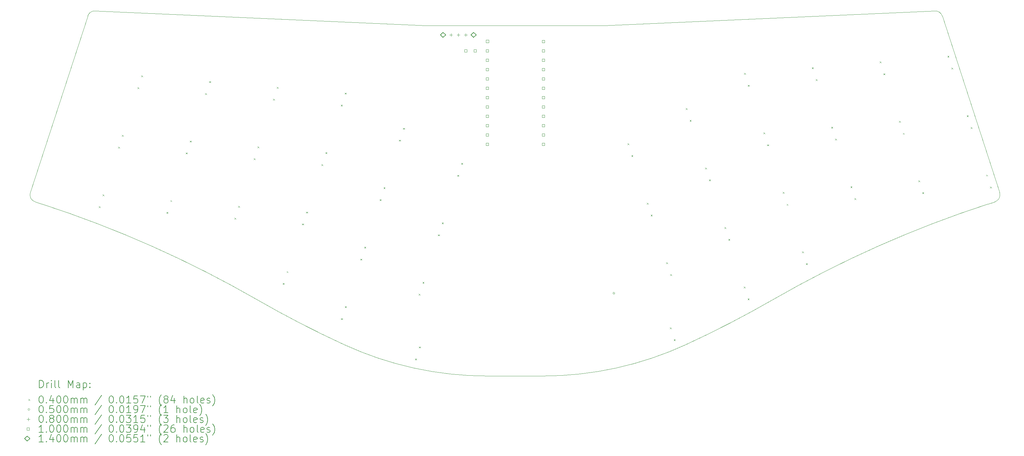
<source format=gbr>
%TF.GenerationSoftware,KiCad,Pcbnew,8.0.4*%
%TF.CreationDate,2024-09-01T13:46:44+07:00*%
%TF.ProjectId,ozprey,6f7a7072-6579-42e6-9b69-6361645f7063,1.0*%
%TF.SameCoordinates,Original*%
%TF.FileFunction,Drillmap*%
%TF.FilePolarity,Positive*%
%FSLAX45Y45*%
G04 Gerber Fmt 4.5, Leading zero omitted, Abs format (unit mm)*
G04 Created by KiCad (PCBNEW 8.0.4) date 2024-09-01 13:46:44*
%MOMM*%
%LPD*%
G01*
G04 APERTURE LIST*
%ADD10C,0.100000*%
%ADD11C,0.200000*%
%ADD12C,0.140000*%
G04 APERTURE END LIST*
D10*
X10135061Y-13955196D02*
G75*
G02*
X7772580Y-12733072I12267223J26608196D01*
G01*
X3175623Y-5021967D02*
X1616009Y-9822338D01*
X3175623Y-5021967D02*
G75*
G02*
X3382801Y-4884486I190207J-61789D01*
G01*
X21786510Y-12733071D02*
G75*
G02*
X19424031Y-13955196I-14629986J25386601D01*
G01*
X1744420Y-10074350D02*
X1930327Y-10134752D01*
X27943082Y-9822339D02*
X26383468Y-5021967D01*
X1930327Y-10134752D02*
G75*
G02*
X7772581Y-12733071I-9486547J-29197495D01*
G01*
X21786510Y-12733071D02*
G75*
G02*
X27628764Y-10134752I15328794J-26599159D01*
G01*
X12351273Y-5282085D02*
X3382801Y-4884486D01*
X14028776Y-14809547D02*
G75*
G02*
X10135061Y-13955195I-2J9299987D01*
G01*
X19424031Y-13955195D02*
G75*
G02*
X15530315Y-14809546I-3893707J8445615D01*
G01*
X12351273Y-5282085D02*
X17207140Y-5282085D01*
X26176290Y-4884487D02*
G75*
G02*
X26383469Y-5021966I16964J-199283D01*
G01*
X26176290Y-4884487D02*
X17207140Y-5282085D01*
X27628764Y-10134752D02*
X27814671Y-10074349D01*
X1744420Y-10074350D02*
G75*
G02*
X1616007Y-9822338I61814J190220D01*
G01*
X14028776Y-14809547D02*
X15530315Y-14809547D01*
X27943082Y-9822339D02*
G75*
G02*
X27814673Y-10074355I-190218J-61801D01*
G01*
D11*
D10*
X3474411Y-10194860D02*
X3514411Y-10234860D01*
X3514411Y-10194860D02*
X3474411Y-10234860D01*
X3579477Y-9871500D02*
X3619477Y-9911500D01*
X3619477Y-9871500D02*
X3579477Y-9911500D01*
X3999741Y-8578070D02*
X4039741Y-8618070D01*
X4039741Y-8578070D02*
X3999741Y-8618070D01*
X4104807Y-8254710D02*
X4144807Y-8294710D01*
X4144807Y-8254710D02*
X4104807Y-8294710D01*
X4525021Y-6961260D02*
X4565021Y-7001260D01*
X4565021Y-6961260D02*
X4525021Y-7001260D01*
X4630087Y-6637900D02*
X4670087Y-6677900D01*
X4670087Y-6637900D02*
X4630087Y-6677900D01*
X5316101Y-10351650D02*
X5356101Y-10391650D01*
X5356101Y-10351650D02*
X5316101Y-10391650D01*
X5421167Y-10028290D02*
X5461167Y-10068290D01*
X5461167Y-10028290D02*
X5421167Y-10068290D01*
X5841331Y-8734820D02*
X5881331Y-8774820D01*
X5881331Y-8734820D02*
X5841331Y-8774820D01*
X5946397Y-8411460D02*
X5986397Y-8451460D01*
X5986397Y-8411460D02*
X5946397Y-8451460D01*
X6366761Y-7118060D02*
X6406761Y-7158060D01*
X6406761Y-7118060D02*
X6366761Y-7158060D01*
X6471827Y-6794700D02*
X6511827Y-6834700D01*
X6511827Y-6794700D02*
X6471827Y-6834700D01*
X7157791Y-10508440D02*
X7197791Y-10548440D01*
X7197791Y-10508440D02*
X7157791Y-10548440D01*
X7262857Y-10185080D02*
X7302857Y-10225080D01*
X7302857Y-10185080D02*
X7262857Y-10225080D01*
X7683121Y-8891640D02*
X7723121Y-8931640D01*
X7723121Y-8891640D02*
X7683121Y-8931640D01*
X7788187Y-8568280D02*
X7828187Y-8608280D01*
X7828187Y-8568280D02*
X7788187Y-8608280D01*
X8208451Y-7274840D02*
X8248451Y-7314840D01*
X8248451Y-7274840D02*
X8208451Y-7314840D01*
X8313517Y-6951480D02*
X8353517Y-6991480D01*
X8353517Y-6951480D02*
X8313517Y-6991480D01*
X8474151Y-12282020D02*
X8514151Y-12322020D01*
X8514151Y-12282020D02*
X8474151Y-12322020D01*
X8579217Y-11958660D02*
X8619217Y-11998660D01*
X8619217Y-11958660D02*
X8579217Y-11998660D01*
X8999481Y-10665220D02*
X9039481Y-10705220D01*
X9039481Y-10665220D02*
X8999481Y-10705220D01*
X9104547Y-10341860D02*
X9144547Y-10381860D01*
X9144547Y-10341860D02*
X9104547Y-10381860D01*
X9524811Y-9048430D02*
X9564811Y-9088430D01*
X9564811Y-9048430D02*
X9524811Y-9088430D01*
X9629877Y-8725070D02*
X9669877Y-8765070D01*
X9669877Y-8725070D02*
X9629877Y-8765070D01*
X10050131Y-7431630D02*
X10090131Y-7471630D01*
X10090131Y-7431630D02*
X10050131Y-7471630D01*
X10056261Y-13237690D02*
X10096261Y-13277690D01*
X10096261Y-13237690D02*
X10056261Y-13277690D01*
X10155197Y-7108270D02*
X10195197Y-7148270D01*
X10195197Y-7108270D02*
X10155197Y-7148270D01*
X10161327Y-12914330D02*
X10201327Y-12954330D01*
X10201327Y-12914330D02*
X10161327Y-12954330D01*
X10581591Y-11620900D02*
X10621591Y-11660900D01*
X10621591Y-11620900D02*
X10581591Y-11660900D01*
X10686657Y-11297540D02*
X10726657Y-11337540D01*
X10726657Y-11297540D02*
X10686657Y-11337540D01*
X11106921Y-10004100D02*
X11146921Y-10044100D01*
X11146921Y-10004100D02*
X11106921Y-10044100D01*
X11211987Y-9680740D02*
X11251987Y-9720740D01*
X11251987Y-9680740D02*
X11211987Y-9720740D01*
X11632251Y-8387300D02*
X11672251Y-8427300D01*
X11672251Y-8387300D02*
X11632251Y-8427300D01*
X11737317Y-8063940D02*
X11777317Y-8103940D01*
X11777317Y-8063940D02*
X11737317Y-8103940D01*
X12066351Y-14332420D02*
X12106351Y-14372420D01*
X12106351Y-14332420D02*
X12066351Y-14372420D01*
X12163711Y-12576570D02*
X12203711Y-12616570D01*
X12203711Y-12576570D02*
X12163711Y-12616570D01*
X12171417Y-14009060D02*
X12211417Y-14049060D01*
X12211417Y-14009060D02*
X12171417Y-14049060D01*
X12268777Y-12253210D02*
X12308777Y-12293210D01*
X12308777Y-12253210D02*
X12268777Y-12293210D01*
X12689031Y-10959780D02*
X12729031Y-10999780D01*
X12729031Y-10959780D02*
X12689031Y-10999780D01*
X12794097Y-10636420D02*
X12834097Y-10676420D01*
X12834097Y-10636420D02*
X12794097Y-10676420D01*
X13214361Y-9342980D02*
X13254361Y-9382980D01*
X13254361Y-9342980D02*
X13214361Y-9382980D01*
X13319427Y-9019620D02*
X13359427Y-9059620D01*
X13359427Y-9019620D02*
X13319427Y-9059620D01*
X17837581Y-8484220D02*
X17877581Y-8524220D01*
X17877581Y-8484220D02*
X17837581Y-8524220D01*
X17942647Y-8807580D02*
X17982647Y-8847580D01*
X17982647Y-8807580D02*
X17942647Y-8847580D01*
X18362911Y-10101020D02*
X18402911Y-10141020D01*
X18402911Y-10101020D02*
X18362911Y-10141020D01*
X18467977Y-10424380D02*
X18507977Y-10464380D01*
X18507977Y-10424380D02*
X18467977Y-10464380D01*
X18888241Y-11717810D02*
X18928241Y-11757810D01*
X18928241Y-11717810D02*
X18888241Y-11757810D01*
X18987541Y-13486100D02*
X19027541Y-13526100D01*
X19027541Y-13486100D02*
X18987541Y-13526100D01*
X18993307Y-12041170D02*
X19033307Y-12081170D01*
X19033307Y-12041170D02*
X18993307Y-12081170D01*
X19092607Y-13809460D02*
X19132607Y-13849460D01*
X19132607Y-13809460D02*
X19092607Y-13849460D01*
X19419701Y-7528550D02*
X19459701Y-7568550D01*
X19459701Y-7528550D02*
X19419701Y-7568550D01*
X19524767Y-7851910D02*
X19564767Y-7891910D01*
X19564767Y-7851910D02*
X19524767Y-7891910D01*
X19945031Y-9145340D02*
X19985031Y-9185340D01*
X19985031Y-9145340D02*
X19945031Y-9185340D01*
X20050097Y-9468700D02*
X20090097Y-9508700D01*
X20090097Y-9468700D02*
X20050097Y-9508700D01*
X20470351Y-10762140D02*
X20510351Y-10802140D01*
X20510351Y-10762140D02*
X20470351Y-10802140D01*
X20575417Y-11085500D02*
X20615417Y-11125500D01*
X20615417Y-11085500D02*
X20575417Y-11125500D01*
X20995681Y-12378930D02*
X21035681Y-12418930D01*
X21035681Y-12378930D02*
X20995681Y-12418930D01*
X21001811Y-6572870D02*
X21041811Y-6612870D01*
X21041811Y-6572870D02*
X21001811Y-6612870D01*
X21100747Y-12702290D02*
X21140747Y-12742290D01*
X21140747Y-12702290D02*
X21100747Y-12742290D01*
X21106877Y-6896230D02*
X21146877Y-6936230D01*
X21146877Y-6896230D02*
X21106877Y-6936230D01*
X21527141Y-8189670D02*
X21567141Y-8229670D01*
X21567141Y-8189670D02*
X21527141Y-8229670D01*
X21632207Y-8513030D02*
X21672207Y-8553030D01*
X21672207Y-8513030D02*
X21632207Y-8553030D01*
X22052471Y-9806460D02*
X22092471Y-9846460D01*
X22092471Y-9806460D02*
X22052471Y-9846460D01*
X22157537Y-10129820D02*
X22197537Y-10169820D01*
X22197537Y-10129820D02*
X22157537Y-10169820D01*
X22577801Y-11423260D02*
X22617801Y-11463260D01*
X22617801Y-11423260D02*
X22577801Y-11463260D01*
X22682867Y-11746620D02*
X22722867Y-11786620D01*
X22722867Y-11746620D02*
X22682867Y-11786620D01*
X22843501Y-6416080D02*
X22883501Y-6456080D01*
X22883501Y-6416080D02*
X22843501Y-6456080D01*
X22948567Y-6739440D02*
X22988567Y-6779440D01*
X22988567Y-6739440D02*
X22948567Y-6779440D01*
X23368831Y-8032880D02*
X23408831Y-8072880D01*
X23408831Y-8032880D02*
X23368831Y-8072880D01*
X23473897Y-8356240D02*
X23513897Y-8396240D01*
X23513897Y-8356240D02*
X23473897Y-8396240D01*
X23894161Y-9649680D02*
X23934161Y-9689680D01*
X23934161Y-9649680D02*
X23894161Y-9689680D01*
X23999227Y-9973040D02*
X24039227Y-10013040D01*
X24039227Y-9973040D02*
X23999227Y-10013040D01*
X24685191Y-6259300D02*
X24725191Y-6299300D01*
X24725191Y-6259300D02*
X24685191Y-6299300D01*
X24790257Y-6582660D02*
X24830257Y-6622660D01*
X24830257Y-6582660D02*
X24790257Y-6622660D01*
X25210521Y-7876090D02*
X25250521Y-7916090D01*
X25250521Y-7876090D02*
X25210521Y-7916090D01*
X25315587Y-8199450D02*
X25355587Y-8239450D01*
X25355587Y-8199450D02*
X25315587Y-8239450D01*
X25735851Y-9492890D02*
X25775851Y-9532890D01*
X25775851Y-9492890D02*
X25735851Y-9532890D01*
X25840917Y-9816250D02*
X25880917Y-9856250D01*
X25880917Y-9816250D02*
X25840917Y-9856250D01*
X26526881Y-6102510D02*
X26566881Y-6142510D01*
X26566881Y-6102510D02*
X26526881Y-6142510D01*
X26631947Y-6425870D02*
X26671947Y-6465870D01*
X26671947Y-6425870D02*
X26631947Y-6465870D01*
X27052211Y-7719310D02*
X27092211Y-7759310D01*
X27092211Y-7719310D02*
X27052211Y-7759310D01*
X27157277Y-8042670D02*
X27197277Y-8082670D01*
X27197277Y-8042670D02*
X27157277Y-8082670D01*
X27577541Y-9336100D02*
X27617541Y-9376100D01*
X27617541Y-9336100D02*
X27577541Y-9376100D01*
X27682607Y-9659460D02*
X27722607Y-9699460D01*
X27722607Y-9659460D02*
X27682607Y-9699460D01*
X17490071Y-12557783D02*
G75*
G02*
X17440071Y-12557783I-25000J0D01*
G01*
X17440071Y-12557783D02*
G75*
G02*
X17490071Y-12557783I25000J0D01*
G01*
X13040071Y-5497783D02*
X13040071Y-5577783D01*
X13000071Y-5537783D02*
X13080071Y-5537783D01*
X13240071Y-5497783D02*
X13240071Y-5577783D01*
X13200071Y-5537783D02*
X13280071Y-5537783D01*
X13440071Y-5497783D02*
X13440071Y-5577783D01*
X13400071Y-5537783D02*
X13480071Y-5537783D01*
X13478426Y-6003139D02*
X13478426Y-5932427D01*
X13407715Y-5932427D01*
X13407715Y-6003139D01*
X13478426Y-6003139D01*
X13732426Y-6003139D02*
X13732426Y-5932427D01*
X13661715Y-5932427D01*
X13661715Y-6003139D01*
X13732426Y-6003139D01*
X14061989Y-6002326D02*
X14061989Y-5931614D01*
X13991278Y-5931614D01*
X13991278Y-6002326D01*
X14061989Y-6002326D01*
X14061989Y-6256326D02*
X14061989Y-6185614D01*
X13991278Y-6185614D01*
X13991278Y-6256326D01*
X14061989Y-6256326D01*
X14061989Y-6510326D02*
X14061989Y-6439614D01*
X13991278Y-6439614D01*
X13991278Y-6510326D01*
X14061989Y-6510326D01*
X14061989Y-6764326D02*
X14061989Y-6693614D01*
X13991278Y-6693614D01*
X13991278Y-6764326D01*
X14061989Y-6764326D01*
X14061989Y-7018326D02*
X14061989Y-6947614D01*
X13991278Y-6947614D01*
X13991278Y-7018326D01*
X14061989Y-7018326D01*
X14061989Y-7272326D02*
X14061989Y-7201614D01*
X13991278Y-7201614D01*
X13991278Y-7272326D01*
X14061989Y-7272326D01*
X14061989Y-7526326D02*
X14061989Y-7455614D01*
X13991278Y-7455614D01*
X13991278Y-7526326D01*
X14061989Y-7526326D01*
X14061989Y-7780326D02*
X14061989Y-7709614D01*
X13991278Y-7709614D01*
X13991278Y-7780326D01*
X14061989Y-7780326D01*
X14061989Y-8034326D02*
X14061989Y-7963614D01*
X13991278Y-7963614D01*
X13991278Y-8034326D01*
X14061989Y-8034326D01*
X14061989Y-8288326D02*
X14061989Y-8217614D01*
X13991278Y-8217614D01*
X13991278Y-8288326D01*
X14061989Y-8288326D01*
X14061989Y-8542326D02*
X14061989Y-8471614D01*
X13991278Y-8471614D01*
X13991278Y-8542326D01*
X14061989Y-8542326D01*
X14063989Y-5745326D02*
X14063989Y-5674614D01*
X13993278Y-5674614D01*
X13993278Y-5745326D01*
X14063989Y-5745326D01*
X15585989Y-5748326D02*
X15585989Y-5677614D01*
X15515278Y-5677614D01*
X15515278Y-5748326D01*
X15585989Y-5748326D01*
X15585989Y-6002326D02*
X15585989Y-5931614D01*
X15515278Y-5931614D01*
X15515278Y-6002326D01*
X15585989Y-6002326D01*
X15585989Y-6256326D02*
X15585989Y-6185614D01*
X15515278Y-6185614D01*
X15515278Y-6256326D01*
X15585989Y-6256326D01*
X15585989Y-6510326D02*
X15585989Y-6439614D01*
X15515278Y-6439614D01*
X15515278Y-6510326D01*
X15585989Y-6510326D01*
X15585989Y-6764326D02*
X15585989Y-6693614D01*
X15515278Y-6693614D01*
X15515278Y-6764326D01*
X15585989Y-6764326D01*
X15585989Y-7018326D02*
X15585989Y-6947614D01*
X15515278Y-6947614D01*
X15515278Y-7018326D01*
X15585989Y-7018326D01*
X15585989Y-7272326D02*
X15585989Y-7201614D01*
X15515278Y-7201614D01*
X15515278Y-7272326D01*
X15585989Y-7272326D01*
X15585989Y-7526326D02*
X15585989Y-7455614D01*
X15515278Y-7455614D01*
X15515278Y-7526326D01*
X15585989Y-7526326D01*
X15585989Y-7780326D02*
X15585989Y-7709614D01*
X15515278Y-7709614D01*
X15515278Y-7780326D01*
X15585989Y-7780326D01*
X15585989Y-8034326D02*
X15585989Y-7963614D01*
X15515278Y-7963614D01*
X15515278Y-8034326D01*
X15585989Y-8034326D01*
X15585989Y-8288326D02*
X15585989Y-8217614D01*
X15515278Y-8217614D01*
X15515278Y-8288326D01*
X15585989Y-8288326D01*
X15585989Y-8542326D02*
X15585989Y-8471614D01*
X15515278Y-8471614D01*
X15515278Y-8542326D01*
X15585989Y-8542326D01*
D12*
X12825071Y-5607783D02*
X12895071Y-5537783D01*
X12825071Y-5467783D01*
X12755071Y-5537783D01*
X12825071Y-5607783D01*
X13655071Y-5607783D02*
X13725071Y-5537783D01*
X13655071Y-5467783D01*
X13585071Y-5537783D01*
X13655071Y-5607783D01*
D11*
X1861999Y-15126031D02*
X1861999Y-14926031D01*
X1861999Y-14926031D02*
X1909618Y-14926031D01*
X1909618Y-14926031D02*
X1938190Y-14935555D01*
X1938190Y-14935555D02*
X1957238Y-14954602D01*
X1957238Y-14954602D02*
X1966761Y-14973650D01*
X1966761Y-14973650D02*
X1976285Y-15011745D01*
X1976285Y-15011745D02*
X1976285Y-15040317D01*
X1976285Y-15040317D02*
X1966761Y-15078412D01*
X1966761Y-15078412D02*
X1957238Y-15097459D01*
X1957238Y-15097459D02*
X1938190Y-15116507D01*
X1938190Y-15116507D02*
X1909618Y-15126031D01*
X1909618Y-15126031D02*
X1861999Y-15126031D01*
X2061999Y-15126031D02*
X2061999Y-14992698D01*
X2061999Y-15030793D02*
X2071523Y-15011745D01*
X2071523Y-15011745D02*
X2081047Y-15002221D01*
X2081047Y-15002221D02*
X2100095Y-14992698D01*
X2100095Y-14992698D02*
X2119142Y-14992698D01*
X2185809Y-15126031D02*
X2185809Y-14992698D01*
X2185809Y-14926031D02*
X2176285Y-14935555D01*
X2176285Y-14935555D02*
X2185809Y-14945079D01*
X2185809Y-14945079D02*
X2195333Y-14935555D01*
X2195333Y-14935555D02*
X2185809Y-14926031D01*
X2185809Y-14926031D02*
X2185809Y-14945079D01*
X2309619Y-15126031D02*
X2290571Y-15116507D01*
X2290571Y-15116507D02*
X2281047Y-15097459D01*
X2281047Y-15097459D02*
X2281047Y-14926031D01*
X2414380Y-15126031D02*
X2395333Y-15116507D01*
X2395333Y-15116507D02*
X2385809Y-15097459D01*
X2385809Y-15097459D02*
X2385809Y-14926031D01*
X2642952Y-15126031D02*
X2642952Y-14926031D01*
X2642952Y-14926031D02*
X2709619Y-15068888D01*
X2709619Y-15068888D02*
X2776285Y-14926031D01*
X2776285Y-14926031D02*
X2776285Y-15126031D01*
X2957238Y-15126031D02*
X2957238Y-15021269D01*
X2957238Y-15021269D02*
X2947714Y-15002221D01*
X2947714Y-15002221D02*
X2928666Y-14992698D01*
X2928666Y-14992698D02*
X2890571Y-14992698D01*
X2890571Y-14992698D02*
X2871523Y-15002221D01*
X2957238Y-15116507D02*
X2938190Y-15126031D01*
X2938190Y-15126031D02*
X2890571Y-15126031D01*
X2890571Y-15126031D02*
X2871523Y-15116507D01*
X2871523Y-15116507D02*
X2861999Y-15097459D01*
X2861999Y-15097459D02*
X2861999Y-15078412D01*
X2861999Y-15078412D02*
X2871523Y-15059364D01*
X2871523Y-15059364D02*
X2890571Y-15049840D01*
X2890571Y-15049840D02*
X2938190Y-15049840D01*
X2938190Y-15049840D02*
X2957238Y-15040317D01*
X3052476Y-14992698D02*
X3052476Y-15192698D01*
X3052476Y-15002221D02*
X3071523Y-14992698D01*
X3071523Y-14992698D02*
X3109619Y-14992698D01*
X3109619Y-14992698D02*
X3128666Y-15002221D01*
X3128666Y-15002221D02*
X3138190Y-15011745D01*
X3138190Y-15011745D02*
X3147714Y-15030793D01*
X3147714Y-15030793D02*
X3147714Y-15087936D01*
X3147714Y-15087936D02*
X3138190Y-15106983D01*
X3138190Y-15106983D02*
X3128666Y-15116507D01*
X3128666Y-15116507D02*
X3109619Y-15126031D01*
X3109619Y-15126031D02*
X3071523Y-15126031D01*
X3071523Y-15126031D02*
X3052476Y-15116507D01*
X3233428Y-15106983D02*
X3242952Y-15116507D01*
X3242952Y-15116507D02*
X3233428Y-15126031D01*
X3233428Y-15126031D02*
X3223904Y-15116507D01*
X3223904Y-15116507D02*
X3233428Y-15106983D01*
X3233428Y-15106983D02*
X3233428Y-15126031D01*
X3233428Y-15002221D02*
X3242952Y-15011745D01*
X3242952Y-15011745D02*
X3233428Y-15021269D01*
X3233428Y-15021269D02*
X3223904Y-15011745D01*
X3223904Y-15011745D02*
X3233428Y-15002221D01*
X3233428Y-15002221D02*
X3233428Y-15021269D01*
D10*
X1561223Y-15434547D02*
X1601223Y-15474547D01*
X1601223Y-15434547D02*
X1561223Y-15474547D01*
D11*
X1900095Y-15346031D02*
X1919142Y-15346031D01*
X1919142Y-15346031D02*
X1938190Y-15355555D01*
X1938190Y-15355555D02*
X1947714Y-15365079D01*
X1947714Y-15365079D02*
X1957238Y-15384126D01*
X1957238Y-15384126D02*
X1966761Y-15422221D01*
X1966761Y-15422221D02*
X1966761Y-15469840D01*
X1966761Y-15469840D02*
X1957238Y-15507936D01*
X1957238Y-15507936D02*
X1947714Y-15526983D01*
X1947714Y-15526983D02*
X1938190Y-15536507D01*
X1938190Y-15536507D02*
X1919142Y-15546031D01*
X1919142Y-15546031D02*
X1900095Y-15546031D01*
X1900095Y-15546031D02*
X1881047Y-15536507D01*
X1881047Y-15536507D02*
X1871523Y-15526983D01*
X1871523Y-15526983D02*
X1861999Y-15507936D01*
X1861999Y-15507936D02*
X1852476Y-15469840D01*
X1852476Y-15469840D02*
X1852476Y-15422221D01*
X1852476Y-15422221D02*
X1861999Y-15384126D01*
X1861999Y-15384126D02*
X1871523Y-15365079D01*
X1871523Y-15365079D02*
X1881047Y-15355555D01*
X1881047Y-15355555D02*
X1900095Y-15346031D01*
X2052476Y-15526983D02*
X2061999Y-15536507D01*
X2061999Y-15536507D02*
X2052476Y-15546031D01*
X2052476Y-15546031D02*
X2042952Y-15536507D01*
X2042952Y-15536507D02*
X2052476Y-15526983D01*
X2052476Y-15526983D02*
X2052476Y-15546031D01*
X2233428Y-15412698D02*
X2233428Y-15546031D01*
X2185809Y-15336507D02*
X2138190Y-15479364D01*
X2138190Y-15479364D02*
X2262000Y-15479364D01*
X2376285Y-15346031D02*
X2395333Y-15346031D01*
X2395333Y-15346031D02*
X2414381Y-15355555D01*
X2414381Y-15355555D02*
X2423904Y-15365079D01*
X2423904Y-15365079D02*
X2433428Y-15384126D01*
X2433428Y-15384126D02*
X2442952Y-15422221D01*
X2442952Y-15422221D02*
X2442952Y-15469840D01*
X2442952Y-15469840D02*
X2433428Y-15507936D01*
X2433428Y-15507936D02*
X2423904Y-15526983D01*
X2423904Y-15526983D02*
X2414381Y-15536507D01*
X2414381Y-15536507D02*
X2395333Y-15546031D01*
X2395333Y-15546031D02*
X2376285Y-15546031D01*
X2376285Y-15546031D02*
X2357238Y-15536507D01*
X2357238Y-15536507D02*
X2347714Y-15526983D01*
X2347714Y-15526983D02*
X2338190Y-15507936D01*
X2338190Y-15507936D02*
X2328666Y-15469840D01*
X2328666Y-15469840D02*
X2328666Y-15422221D01*
X2328666Y-15422221D02*
X2338190Y-15384126D01*
X2338190Y-15384126D02*
X2347714Y-15365079D01*
X2347714Y-15365079D02*
X2357238Y-15355555D01*
X2357238Y-15355555D02*
X2376285Y-15346031D01*
X2566761Y-15346031D02*
X2585809Y-15346031D01*
X2585809Y-15346031D02*
X2604857Y-15355555D01*
X2604857Y-15355555D02*
X2614381Y-15365079D01*
X2614381Y-15365079D02*
X2623904Y-15384126D01*
X2623904Y-15384126D02*
X2633428Y-15422221D01*
X2633428Y-15422221D02*
X2633428Y-15469840D01*
X2633428Y-15469840D02*
X2623904Y-15507936D01*
X2623904Y-15507936D02*
X2614381Y-15526983D01*
X2614381Y-15526983D02*
X2604857Y-15536507D01*
X2604857Y-15536507D02*
X2585809Y-15546031D01*
X2585809Y-15546031D02*
X2566761Y-15546031D01*
X2566761Y-15546031D02*
X2547714Y-15536507D01*
X2547714Y-15536507D02*
X2538190Y-15526983D01*
X2538190Y-15526983D02*
X2528666Y-15507936D01*
X2528666Y-15507936D02*
X2519142Y-15469840D01*
X2519142Y-15469840D02*
X2519142Y-15422221D01*
X2519142Y-15422221D02*
X2528666Y-15384126D01*
X2528666Y-15384126D02*
X2538190Y-15365079D01*
X2538190Y-15365079D02*
X2547714Y-15355555D01*
X2547714Y-15355555D02*
X2566761Y-15346031D01*
X2719142Y-15546031D02*
X2719142Y-15412698D01*
X2719142Y-15431745D02*
X2728666Y-15422221D01*
X2728666Y-15422221D02*
X2747714Y-15412698D01*
X2747714Y-15412698D02*
X2776285Y-15412698D01*
X2776285Y-15412698D02*
X2795333Y-15422221D01*
X2795333Y-15422221D02*
X2804857Y-15441269D01*
X2804857Y-15441269D02*
X2804857Y-15546031D01*
X2804857Y-15441269D02*
X2814380Y-15422221D01*
X2814380Y-15422221D02*
X2833428Y-15412698D01*
X2833428Y-15412698D02*
X2861999Y-15412698D01*
X2861999Y-15412698D02*
X2881047Y-15422221D01*
X2881047Y-15422221D02*
X2890571Y-15441269D01*
X2890571Y-15441269D02*
X2890571Y-15546031D01*
X2985809Y-15546031D02*
X2985809Y-15412698D01*
X2985809Y-15431745D02*
X2995333Y-15422221D01*
X2995333Y-15422221D02*
X3014380Y-15412698D01*
X3014380Y-15412698D02*
X3042952Y-15412698D01*
X3042952Y-15412698D02*
X3062000Y-15422221D01*
X3062000Y-15422221D02*
X3071523Y-15441269D01*
X3071523Y-15441269D02*
X3071523Y-15546031D01*
X3071523Y-15441269D02*
X3081047Y-15422221D01*
X3081047Y-15422221D02*
X3100095Y-15412698D01*
X3100095Y-15412698D02*
X3128666Y-15412698D01*
X3128666Y-15412698D02*
X3147714Y-15422221D01*
X3147714Y-15422221D02*
X3157238Y-15441269D01*
X3157238Y-15441269D02*
X3157238Y-15546031D01*
X3547714Y-15336507D02*
X3376285Y-15593650D01*
X3804857Y-15346031D02*
X3823904Y-15346031D01*
X3823904Y-15346031D02*
X3842952Y-15355555D01*
X3842952Y-15355555D02*
X3852476Y-15365079D01*
X3852476Y-15365079D02*
X3862000Y-15384126D01*
X3862000Y-15384126D02*
X3871523Y-15422221D01*
X3871523Y-15422221D02*
X3871523Y-15469840D01*
X3871523Y-15469840D02*
X3862000Y-15507936D01*
X3862000Y-15507936D02*
X3852476Y-15526983D01*
X3852476Y-15526983D02*
X3842952Y-15536507D01*
X3842952Y-15536507D02*
X3823904Y-15546031D01*
X3823904Y-15546031D02*
X3804857Y-15546031D01*
X3804857Y-15546031D02*
X3785809Y-15536507D01*
X3785809Y-15536507D02*
X3776285Y-15526983D01*
X3776285Y-15526983D02*
X3766762Y-15507936D01*
X3766762Y-15507936D02*
X3757238Y-15469840D01*
X3757238Y-15469840D02*
X3757238Y-15422221D01*
X3757238Y-15422221D02*
X3766762Y-15384126D01*
X3766762Y-15384126D02*
X3776285Y-15365079D01*
X3776285Y-15365079D02*
X3785809Y-15355555D01*
X3785809Y-15355555D02*
X3804857Y-15346031D01*
X3957238Y-15526983D02*
X3966762Y-15536507D01*
X3966762Y-15536507D02*
X3957238Y-15546031D01*
X3957238Y-15546031D02*
X3947714Y-15536507D01*
X3947714Y-15536507D02*
X3957238Y-15526983D01*
X3957238Y-15526983D02*
X3957238Y-15546031D01*
X4090571Y-15346031D02*
X4109619Y-15346031D01*
X4109619Y-15346031D02*
X4128666Y-15355555D01*
X4128666Y-15355555D02*
X4138190Y-15365079D01*
X4138190Y-15365079D02*
X4147714Y-15384126D01*
X4147714Y-15384126D02*
X4157238Y-15422221D01*
X4157238Y-15422221D02*
X4157238Y-15469840D01*
X4157238Y-15469840D02*
X4147714Y-15507936D01*
X4147714Y-15507936D02*
X4138190Y-15526983D01*
X4138190Y-15526983D02*
X4128666Y-15536507D01*
X4128666Y-15536507D02*
X4109619Y-15546031D01*
X4109619Y-15546031D02*
X4090571Y-15546031D01*
X4090571Y-15546031D02*
X4071523Y-15536507D01*
X4071523Y-15536507D02*
X4062000Y-15526983D01*
X4062000Y-15526983D02*
X4052476Y-15507936D01*
X4052476Y-15507936D02*
X4042952Y-15469840D01*
X4042952Y-15469840D02*
X4042952Y-15422221D01*
X4042952Y-15422221D02*
X4052476Y-15384126D01*
X4052476Y-15384126D02*
X4062000Y-15365079D01*
X4062000Y-15365079D02*
X4071523Y-15355555D01*
X4071523Y-15355555D02*
X4090571Y-15346031D01*
X4347714Y-15546031D02*
X4233428Y-15546031D01*
X4290571Y-15546031D02*
X4290571Y-15346031D01*
X4290571Y-15346031D02*
X4271524Y-15374602D01*
X4271524Y-15374602D02*
X4252476Y-15393650D01*
X4252476Y-15393650D02*
X4233428Y-15403174D01*
X4528666Y-15346031D02*
X4433428Y-15346031D01*
X4433428Y-15346031D02*
X4423905Y-15441269D01*
X4423905Y-15441269D02*
X4433428Y-15431745D01*
X4433428Y-15431745D02*
X4452476Y-15422221D01*
X4452476Y-15422221D02*
X4500095Y-15422221D01*
X4500095Y-15422221D02*
X4519143Y-15431745D01*
X4519143Y-15431745D02*
X4528666Y-15441269D01*
X4528666Y-15441269D02*
X4538190Y-15460317D01*
X4538190Y-15460317D02*
X4538190Y-15507936D01*
X4538190Y-15507936D02*
X4528666Y-15526983D01*
X4528666Y-15526983D02*
X4519143Y-15536507D01*
X4519143Y-15536507D02*
X4500095Y-15546031D01*
X4500095Y-15546031D02*
X4452476Y-15546031D01*
X4452476Y-15546031D02*
X4433428Y-15536507D01*
X4433428Y-15536507D02*
X4423905Y-15526983D01*
X4604857Y-15346031D02*
X4738190Y-15346031D01*
X4738190Y-15346031D02*
X4652476Y-15546031D01*
X4804857Y-15346031D02*
X4804857Y-15384126D01*
X4881047Y-15346031D02*
X4881047Y-15384126D01*
X5176286Y-15622221D02*
X5166762Y-15612698D01*
X5166762Y-15612698D02*
X5147714Y-15584126D01*
X5147714Y-15584126D02*
X5138190Y-15565079D01*
X5138190Y-15565079D02*
X5128667Y-15536507D01*
X5128667Y-15536507D02*
X5119143Y-15488888D01*
X5119143Y-15488888D02*
X5119143Y-15450793D01*
X5119143Y-15450793D02*
X5128667Y-15403174D01*
X5128667Y-15403174D02*
X5138190Y-15374602D01*
X5138190Y-15374602D02*
X5147714Y-15355555D01*
X5147714Y-15355555D02*
X5166762Y-15326983D01*
X5166762Y-15326983D02*
X5176286Y-15317459D01*
X5281047Y-15431745D02*
X5262000Y-15422221D01*
X5262000Y-15422221D02*
X5252476Y-15412698D01*
X5252476Y-15412698D02*
X5242952Y-15393650D01*
X5242952Y-15393650D02*
X5242952Y-15384126D01*
X5242952Y-15384126D02*
X5252476Y-15365079D01*
X5252476Y-15365079D02*
X5262000Y-15355555D01*
X5262000Y-15355555D02*
X5281047Y-15346031D01*
X5281047Y-15346031D02*
X5319143Y-15346031D01*
X5319143Y-15346031D02*
X5338190Y-15355555D01*
X5338190Y-15355555D02*
X5347714Y-15365079D01*
X5347714Y-15365079D02*
X5357238Y-15384126D01*
X5357238Y-15384126D02*
X5357238Y-15393650D01*
X5357238Y-15393650D02*
X5347714Y-15412698D01*
X5347714Y-15412698D02*
X5338190Y-15422221D01*
X5338190Y-15422221D02*
X5319143Y-15431745D01*
X5319143Y-15431745D02*
X5281047Y-15431745D01*
X5281047Y-15431745D02*
X5262000Y-15441269D01*
X5262000Y-15441269D02*
X5252476Y-15450793D01*
X5252476Y-15450793D02*
X5242952Y-15469840D01*
X5242952Y-15469840D02*
X5242952Y-15507936D01*
X5242952Y-15507936D02*
X5252476Y-15526983D01*
X5252476Y-15526983D02*
X5262000Y-15536507D01*
X5262000Y-15536507D02*
X5281047Y-15546031D01*
X5281047Y-15546031D02*
X5319143Y-15546031D01*
X5319143Y-15546031D02*
X5338190Y-15536507D01*
X5338190Y-15536507D02*
X5347714Y-15526983D01*
X5347714Y-15526983D02*
X5357238Y-15507936D01*
X5357238Y-15507936D02*
X5357238Y-15469840D01*
X5357238Y-15469840D02*
X5347714Y-15450793D01*
X5347714Y-15450793D02*
X5338190Y-15441269D01*
X5338190Y-15441269D02*
X5319143Y-15431745D01*
X5528667Y-15412698D02*
X5528667Y-15546031D01*
X5481047Y-15336507D02*
X5433428Y-15479364D01*
X5433428Y-15479364D02*
X5557238Y-15479364D01*
X5785809Y-15546031D02*
X5785809Y-15346031D01*
X5871524Y-15546031D02*
X5871524Y-15441269D01*
X5871524Y-15441269D02*
X5862000Y-15422221D01*
X5862000Y-15422221D02*
X5842952Y-15412698D01*
X5842952Y-15412698D02*
X5814381Y-15412698D01*
X5814381Y-15412698D02*
X5795333Y-15422221D01*
X5795333Y-15422221D02*
X5785809Y-15431745D01*
X5995333Y-15546031D02*
X5976286Y-15536507D01*
X5976286Y-15536507D02*
X5966762Y-15526983D01*
X5966762Y-15526983D02*
X5957238Y-15507936D01*
X5957238Y-15507936D02*
X5957238Y-15450793D01*
X5957238Y-15450793D02*
X5966762Y-15431745D01*
X5966762Y-15431745D02*
X5976286Y-15422221D01*
X5976286Y-15422221D02*
X5995333Y-15412698D01*
X5995333Y-15412698D02*
X6023905Y-15412698D01*
X6023905Y-15412698D02*
X6042952Y-15422221D01*
X6042952Y-15422221D02*
X6052476Y-15431745D01*
X6052476Y-15431745D02*
X6062000Y-15450793D01*
X6062000Y-15450793D02*
X6062000Y-15507936D01*
X6062000Y-15507936D02*
X6052476Y-15526983D01*
X6052476Y-15526983D02*
X6042952Y-15536507D01*
X6042952Y-15536507D02*
X6023905Y-15546031D01*
X6023905Y-15546031D02*
X5995333Y-15546031D01*
X6176286Y-15546031D02*
X6157238Y-15536507D01*
X6157238Y-15536507D02*
X6147714Y-15517459D01*
X6147714Y-15517459D02*
X6147714Y-15346031D01*
X6328667Y-15536507D02*
X6309619Y-15546031D01*
X6309619Y-15546031D02*
X6271524Y-15546031D01*
X6271524Y-15546031D02*
X6252476Y-15536507D01*
X6252476Y-15536507D02*
X6242952Y-15517459D01*
X6242952Y-15517459D02*
X6242952Y-15441269D01*
X6242952Y-15441269D02*
X6252476Y-15422221D01*
X6252476Y-15422221D02*
X6271524Y-15412698D01*
X6271524Y-15412698D02*
X6309619Y-15412698D01*
X6309619Y-15412698D02*
X6328667Y-15422221D01*
X6328667Y-15422221D02*
X6338190Y-15441269D01*
X6338190Y-15441269D02*
X6338190Y-15460317D01*
X6338190Y-15460317D02*
X6242952Y-15479364D01*
X6414381Y-15536507D02*
X6433428Y-15546031D01*
X6433428Y-15546031D02*
X6471524Y-15546031D01*
X6471524Y-15546031D02*
X6490571Y-15536507D01*
X6490571Y-15536507D02*
X6500095Y-15517459D01*
X6500095Y-15517459D02*
X6500095Y-15507936D01*
X6500095Y-15507936D02*
X6490571Y-15488888D01*
X6490571Y-15488888D02*
X6471524Y-15479364D01*
X6471524Y-15479364D02*
X6442952Y-15479364D01*
X6442952Y-15479364D02*
X6423905Y-15469840D01*
X6423905Y-15469840D02*
X6414381Y-15450793D01*
X6414381Y-15450793D02*
X6414381Y-15441269D01*
X6414381Y-15441269D02*
X6423905Y-15422221D01*
X6423905Y-15422221D02*
X6442952Y-15412698D01*
X6442952Y-15412698D02*
X6471524Y-15412698D01*
X6471524Y-15412698D02*
X6490571Y-15422221D01*
X6566762Y-15622221D02*
X6576286Y-15612698D01*
X6576286Y-15612698D02*
X6595333Y-15584126D01*
X6595333Y-15584126D02*
X6604857Y-15565079D01*
X6604857Y-15565079D02*
X6614381Y-15536507D01*
X6614381Y-15536507D02*
X6623905Y-15488888D01*
X6623905Y-15488888D02*
X6623905Y-15450793D01*
X6623905Y-15450793D02*
X6614381Y-15403174D01*
X6614381Y-15403174D02*
X6604857Y-15374602D01*
X6604857Y-15374602D02*
X6595333Y-15355555D01*
X6595333Y-15355555D02*
X6576286Y-15326983D01*
X6576286Y-15326983D02*
X6566762Y-15317459D01*
D10*
X1601223Y-15718547D02*
G75*
G02*
X1551223Y-15718547I-25000J0D01*
G01*
X1551223Y-15718547D02*
G75*
G02*
X1601223Y-15718547I25000J0D01*
G01*
D11*
X1900095Y-15610031D02*
X1919142Y-15610031D01*
X1919142Y-15610031D02*
X1938190Y-15619555D01*
X1938190Y-15619555D02*
X1947714Y-15629079D01*
X1947714Y-15629079D02*
X1957238Y-15648126D01*
X1957238Y-15648126D02*
X1966761Y-15686221D01*
X1966761Y-15686221D02*
X1966761Y-15733840D01*
X1966761Y-15733840D02*
X1957238Y-15771936D01*
X1957238Y-15771936D02*
X1947714Y-15790983D01*
X1947714Y-15790983D02*
X1938190Y-15800507D01*
X1938190Y-15800507D02*
X1919142Y-15810031D01*
X1919142Y-15810031D02*
X1900095Y-15810031D01*
X1900095Y-15810031D02*
X1881047Y-15800507D01*
X1881047Y-15800507D02*
X1871523Y-15790983D01*
X1871523Y-15790983D02*
X1861999Y-15771936D01*
X1861999Y-15771936D02*
X1852476Y-15733840D01*
X1852476Y-15733840D02*
X1852476Y-15686221D01*
X1852476Y-15686221D02*
X1861999Y-15648126D01*
X1861999Y-15648126D02*
X1871523Y-15629079D01*
X1871523Y-15629079D02*
X1881047Y-15619555D01*
X1881047Y-15619555D02*
X1900095Y-15610031D01*
X2052476Y-15790983D02*
X2061999Y-15800507D01*
X2061999Y-15800507D02*
X2052476Y-15810031D01*
X2052476Y-15810031D02*
X2042952Y-15800507D01*
X2042952Y-15800507D02*
X2052476Y-15790983D01*
X2052476Y-15790983D02*
X2052476Y-15810031D01*
X2242952Y-15610031D02*
X2147714Y-15610031D01*
X2147714Y-15610031D02*
X2138190Y-15705269D01*
X2138190Y-15705269D02*
X2147714Y-15695745D01*
X2147714Y-15695745D02*
X2166761Y-15686221D01*
X2166761Y-15686221D02*
X2214381Y-15686221D01*
X2214381Y-15686221D02*
X2233428Y-15695745D01*
X2233428Y-15695745D02*
X2242952Y-15705269D01*
X2242952Y-15705269D02*
X2252476Y-15724317D01*
X2252476Y-15724317D02*
X2252476Y-15771936D01*
X2252476Y-15771936D02*
X2242952Y-15790983D01*
X2242952Y-15790983D02*
X2233428Y-15800507D01*
X2233428Y-15800507D02*
X2214381Y-15810031D01*
X2214381Y-15810031D02*
X2166761Y-15810031D01*
X2166761Y-15810031D02*
X2147714Y-15800507D01*
X2147714Y-15800507D02*
X2138190Y-15790983D01*
X2376285Y-15610031D02*
X2395333Y-15610031D01*
X2395333Y-15610031D02*
X2414381Y-15619555D01*
X2414381Y-15619555D02*
X2423904Y-15629079D01*
X2423904Y-15629079D02*
X2433428Y-15648126D01*
X2433428Y-15648126D02*
X2442952Y-15686221D01*
X2442952Y-15686221D02*
X2442952Y-15733840D01*
X2442952Y-15733840D02*
X2433428Y-15771936D01*
X2433428Y-15771936D02*
X2423904Y-15790983D01*
X2423904Y-15790983D02*
X2414381Y-15800507D01*
X2414381Y-15800507D02*
X2395333Y-15810031D01*
X2395333Y-15810031D02*
X2376285Y-15810031D01*
X2376285Y-15810031D02*
X2357238Y-15800507D01*
X2357238Y-15800507D02*
X2347714Y-15790983D01*
X2347714Y-15790983D02*
X2338190Y-15771936D01*
X2338190Y-15771936D02*
X2328666Y-15733840D01*
X2328666Y-15733840D02*
X2328666Y-15686221D01*
X2328666Y-15686221D02*
X2338190Y-15648126D01*
X2338190Y-15648126D02*
X2347714Y-15629079D01*
X2347714Y-15629079D02*
X2357238Y-15619555D01*
X2357238Y-15619555D02*
X2376285Y-15610031D01*
X2566761Y-15610031D02*
X2585809Y-15610031D01*
X2585809Y-15610031D02*
X2604857Y-15619555D01*
X2604857Y-15619555D02*
X2614381Y-15629079D01*
X2614381Y-15629079D02*
X2623904Y-15648126D01*
X2623904Y-15648126D02*
X2633428Y-15686221D01*
X2633428Y-15686221D02*
X2633428Y-15733840D01*
X2633428Y-15733840D02*
X2623904Y-15771936D01*
X2623904Y-15771936D02*
X2614381Y-15790983D01*
X2614381Y-15790983D02*
X2604857Y-15800507D01*
X2604857Y-15800507D02*
X2585809Y-15810031D01*
X2585809Y-15810031D02*
X2566761Y-15810031D01*
X2566761Y-15810031D02*
X2547714Y-15800507D01*
X2547714Y-15800507D02*
X2538190Y-15790983D01*
X2538190Y-15790983D02*
X2528666Y-15771936D01*
X2528666Y-15771936D02*
X2519142Y-15733840D01*
X2519142Y-15733840D02*
X2519142Y-15686221D01*
X2519142Y-15686221D02*
X2528666Y-15648126D01*
X2528666Y-15648126D02*
X2538190Y-15629079D01*
X2538190Y-15629079D02*
X2547714Y-15619555D01*
X2547714Y-15619555D02*
X2566761Y-15610031D01*
X2719142Y-15810031D02*
X2719142Y-15676698D01*
X2719142Y-15695745D02*
X2728666Y-15686221D01*
X2728666Y-15686221D02*
X2747714Y-15676698D01*
X2747714Y-15676698D02*
X2776285Y-15676698D01*
X2776285Y-15676698D02*
X2795333Y-15686221D01*
X2795333Y-15686221D02*
X2804857Y-15705269D01*
X2804857Y-15705269D02*
X2804857Y-15810031D01*
X2804857Y-15705269D02*
X2814380Y-15686221D01*
X2814380Y-15686221D02*
X2833428Y-15676698D01*
X2833428Y-15676698D02*
X2861999Y-15676698D01*
X2861999Y-15676698D02*
X2881047Y-15686221D01*
X2881047Y-15686221D02*
X2890571Y-15705269D01*
X2890571Y-15705269D02*
X2890571Y-15810031D01*
X2985809Y-15810031D02*
X2985809Y-15676698D01*
X2985809Y-15695745D02*
X2995333Y-15686221D01*
X2995333Y-15686221D02*
X3014380Y-15676698D01*
X3014380Y-15676698D02*
X3042952Y-15676698D01*
X3042952Y-15676698D02*
X3062000Y-15686221D01*
X3062000Y-15686221D02*
X3071523Y-15705269D01*
X3071523Y-15705269D02*
X3071523Y-15810031D01*
X3071523Y-15705269D02*
X3081047Y-15686221D01*
X3081047Y-15686221D02*
X3100095Y-15676698D01*
X3100095Y-15676698D02*
X3128666Y-15676698D01*
X3128666Y-15676698D02*
X3147714Y-15686221D01*
X3147714Y-15686221D02*
X3157238Y-15705269D01*
X3157238Y-15705269D02*
X3157238Y-15810031D01*
X3547714Y-15600507D02*
X3376285Y-15857650D01*
X3804857Y-15610031D02*
X3823904Y-15610031D01*
X3823904Y-15610031D02*
X3842952Y-15619555D01*
X3842952Y-15619555D02*
X3852476Y-15629079D01*
X3852476Y-15629079D02*
X3862000Y-15648126D01*
X3862000Y-15648126D02*
X3871523Y-15686221D01*
X3871523Y-15686221D02*
X3871523Y-15733840D01*
X3871523Y-15733840D02*
X3862000Y-15771936D01*
X3862000Y-15771936D02*
X3852476Y-15790983D01*
X3852476Y-15790983D02*
X3842952Y-15800507D01*
X3842952Y-15800507D02*
X3823904Y-15810031D01*
X3823904Y-15810031D02*
X3804857Y-15810031D01*
X3804857Y-15810031D02*
X3785809Y-15800507D01*
X3785809Y-15800507D02*
X3776285Y-15790983D01*
X3776285Y-15790983D02*
X3766762Y-15771936D01*
X3766762Y-15771936D02*
X3757238Y-15733840D01*
X3757238Y-15733840D02*
X3757238Y-15686221D01*
X3757238Y-15686221D02*
X3766762Y-15648126D01*
X3766762Y-15648126D02*
X3776285Y-15629079D01*
X3776285Y-15629079D02*
X3785809Y-15619555D01*
X3785809Y-15619555D02*
X3804857Y-15610031D01*
X3957238Y-15790983D02*
X3966762Y-15800507D01*
X3966762Y-15800507D02*
X3957238Y-15810031D01*
X3957238Y-15810031D02*
X3947714Y-15800507D01*
X3947714Y-15800507D02*
X3957238Y-15790983D01*
X3957238Y-15790983D02*
X3957238Y-15810031D01*
X4090571Y-15610031D02*
X4109619Y-15610031D01*
X4109619Y-15610031D02*
X4128666Y-15619555D01*
X4128666Y-15619555D02*
X4138190Y-15629079D01*
X4138190Y-15629079D02*
X4147714Y-15648126D01*
X4147714Y-15648126D02*
X4157238Y-15686221D01*
X4157238Y-15686221D02*
X4157238Y-15733840D01*
X4157238Y-15733840D02*
X4147714Y-15771936D01*
X4147714Y-15771936D02*
X4138190Y-15790983D01*
X4138190Y-15790983D02*
X4128666Y-15800507D01*
X4128666Y-15800507D02*
X4109619Y-15810031D01*
X4109619Y-15810031D02*
X4090571Y-15810031D01*
X4090571Y-15810031D02*
X4071523Y-15800507D01*
X4071523Y-15800507D02*
X4062000Y-15790983D01*
X4062000Y-15790983D02*
X4052476Y-15771936D01*
X4052476Y-15771936D02*
X4042952Y-15733840D01*
X4042952Y-15733840D02*
X4042952Y-15686221D01*
X4042952Y-15686221D02*
X4052476Y-15648126D01*
X4052476Y-15648126D02*
X4062000Y-15629079D01*
X4062000Y-15629079D02*
X4071523Y-15619555D01*
X4071523Y-15619555D02*
X4090571Y-15610031D01*
X4347714Y-15810031D02*
X4233428Y-15810031D01*
X4290571Y-15810031D02*
X4290571Y-15610031D01*
X4290571Y-15610031D02*
X4271524Y-15638602D01*
X4271524Y-15638602D02*
X4252476Y-15657650D01*
X4252476Y-15657650D02*
X4233428Y-15667174D01*
X4442952Y-15810031D02*
X4481047Y-15810031D01*
X4481047Y-15810031D02*
X4500095Y-15800507D01*
X4500095Y-15800507D02*
X4509619Y-15790983D01*
X4509619Y-15790983D02*
X4528666Y-15762412D01*
X4528666Y-15762412D02*
X4538190Y-15724317D01*
X4538190Y-15724317D02*
X4538190Y-15648126D01*
X4538190Y-15648126D02*
X4528666Y-15629079D01*
X4528666Y-15629079D02*
X4519143Y-15619555D01*
X4519143Y-15619555D02*
X4500095Y-15610031D01*
X4500095Y-15610031D02*
X4462000Y-15610031D01*
X4462000Y-15610031D02*
X4442952Y-15619555D01*
X4442952Y-15619555D02*
X4433428Y-15629079D01*
X4433428Y-15629079D02*
X4423905Y-15648126D01*
X4423905Y-15648126D02*
X4423905Y-15695745D01*
X4423905Y-15695745D02*
X4433428Y-15714793D01*
X4433428Y-15714793D02*
X4442952Y-15724317D01*
X4442952Y-15724317D02*
X4462000Y-15733840D01*
X4462000Y-15733840D02*
X4500095Y-15733840D01*
X4500095Y-15733840D02*
X4519143Y-15724317D01*
X4519143Y-15724317D02*
X4528666Y-15714793D01*
X4528666Y-15714793D02*
X4538190Y-15695745D01*
X4604857Y-15610031D02*
X4738190Y-15610031D01*
X4738190Y-15610031D02*
X4652476Y-15810031D01*
X4804857Y-15610031D02*
X4804857Y-15648126D01*
X4881047Y-15610031D02*
X4881047Y-15648126D01*
X5176286Y-15886221D02*
X5166762Y-15876698D01*
X5166762Y-15876698D02*
X5147714Y-15848126D01*
X5147714Y-15848126D02*
X5138190Y-15829079D01*
X5138190Y-15829079D02*
X5128667Y-15800507D01*
X5128667Y-15800507D02*
X5119143Y-15752888D01*
X5119143Y-15752888D02*
X5119143Y-15714793D01*
X5119143Y-15714793D02*
X5128667Y-15667174D01*
X5128667Y-15667174D02*
X5138190Y-15638602D01*
X5138190Y-15638602D02*
X5147714Y-15619555D01*
X5147714Y-15619555D02*
X5166762Y-15590983D01*
X5166762Y-15590983D02*
X5176286Y-15581459D01*
X5357238Y-15810031D02*
X5242952Y-15810031D01*
X5300095Y-15810031D02*
X5300095Y-15610031D01*
X5300095Y-15610031D02*
X5281047Y-15638602D01*
X5281047Y-15638602D02*
X5262000Y-15657650D01*
X5262000Y-15657650D02*
X5242952Y-15667174D01*
X5595333Y-15810031D02*
X5595333Y-15610031D01*
X5681047Y-15810031D02*
X5681047Y-15705269D01*
X5681047Y-15705269D02*
X5671524Y-15686221D01*
X5671524Y-15686221D02*
X5652476Y-15676698D01*
X5652476Y-15676698D02*
X5623905Y-15676698D01*
X5623905Y-15676698D02*
X5604857Y-15686221D01*
X5604857Y-15686221D02*
X5595333Y-15695745D01*
X5804857Y-15810031D02*
X5785809Y-15800507D01*
X5785809Y-15800507D02*
X5776286Y-15790983D01*
X5776286Y-15790983D02*
X5766762Y-15771936D01*
X5766762Y-15771936D02*
X5766762Y-15714793D01*
X5766762Y-15714793D02*
X5776286Y-15695745D01*
X5776286Y-15695745D02*
X5785809Y-15686221D01*
X5785809Y-15686221D02*
X5804857Y-15676698D01*
X5804857Y-15676698D02*
X5833428Y-15676698D01*
X5833428Y-15676698D02*
X5852476Y-15686221D01*
X5852476Y-15686221D02*
X5862000Y-15695745D01*
X5862000Y-15695745D02*
X5871524Y-15714793D01*
X5871524Y-15714793D02*
X5871524Y-15771936D01*
X5871524Y-15771936D02*
X5862000Y-15790983D01*
X5862000Y-15790983D02*
X5852476Y-15800507D01*
X5852476Y-15800507D02*
X5833428Y-15810031D01*
X5833428Y-15810031D02*
X5804857Y-15810031D01*
X5985809Y-15810031D02*
X5966762Y-15800507D01*
X5966762Y-15800507D02*
X5957238Y-15781459D01*
X5957238Y-15781459D02*
X5957238Y-15610031D01*
X6138190Y-15800507D02*
X6119143Y-15810031D01*
X6119143Y-15810031D02*
X6081047Y-15810031D01*
X6081047Y-15810031D02*
X6062000Y-15800507D01*
X6062000Y-15800507D02*
X6052476Y-15781459D01*
X6052476Y-15781459D02*
X6052476Y-15705269D01*
X6052476Y-15705269D02*
X6062000Y-15686221D01*
X6062000Y-15686221D02*
X6081047Y-15676698D01*
X6081047Y-15676698D02*
X6119143Y-15676698D01*
X6119143Y-15676698D02*
X6138190Y-15686221D01*
X6138190Y-15686221D02*
X6147714Y-15705269D01*
X6147714Y-15705269D02*
X6147714Y-15724317D01*
X6147714Y-15724317D02*
X6052476Y-15743364D01*
X6214381Y-15886221D02*
X6223905Y-15876698D01*
X6223905Y-15876698D02*
X6242952Y-15848126D01*
X6242952Y-15848126D02*
X6252476Y-15829079D01*
X6252476Y-15829079D02*
X6262000Y-15800507D01*
X6262000Y-15800507D02*
X6271524Y-15752888D01*
X6271524Y-15752888D02*
X6271524Y-15714793D01*
X6271524Y-15714793D02*
X6262000Y-15667174D01*
X6262000Y-15667174D02*
X6252476Y-15638602D01*
X6252476Y-15638602D02*
X6242952Y-15619555D01*
X6242952Y-15619555D02*
X6223905Y-15590983D01*
X6223905Y-15590983D02*
X6214381Y-15581459D01*
D10*
X1561223Y-15942547D02*
X1561223Y-16022547D01*
X1521223Y-15982547D02*
X1601223Y-15982547D01*
D11*
X1900095Y-15874031D02*
X1919142Y-15874031D01*
X1919142Y-15874031D02*
X1938190Y-15883555D01*
X1938190Y-15883555D02*
X1947714Y-15893079D01*
X1947714Y-15893079D02*
X1957238Y-15912126D01*
X1957238Y-15912126D02*
X1966761Y-15950221D01*
X1966761Y-15950221D02*
X1966761Y-15997840D01*
X1966761Y-15997840D02*
X1957238Y-16035936D01*
X1957238Y-16035936D02*
X1947714Y-16054983D01*
X1947714Y-16054983D02*
X1938190Y-16064507D01*
X1938190Y-16064507D02*
X1919142Y-16074031D01*
X1919142Y-16074031D02*
X1900095Y-16074031D01*
X1900095Y-16074031D02*
X1881047Y-16064507D01*
X1881047Y-16064507D02*
X1871523Y-16054983D01*
X1871523Y-16054983D02*
X1861999Y-16035936D01*
X1861999Y-16035936D02*
X1852476Y-15997840D01*
X1852476Y-15997840D02*
X1852476Y-15950221D01*
X1852476Y-15950221D02*
X1861999Y-15912126D01*
X1861999Y-15912126D02*
X1871523Y-15893079D01*
X1871523Y-15893079D02*
X1881047Y-15883555D01*
X1881047Y-15883555D02*
X1900095Y-15874031D01*
X2052476Y-16054983D02*
X2061999Y-16064507D01*
X2061999Y-16064507D02*
X2052476Y-16074031D01*
X2052476Y-16074031D02*
X2042952Y-16064507D01*
X2042952Y-16064507D02*
X2052476Y-16054983D01*
X2052476Y-16054983D02*
X2052476Y-16074031D01*
X2176285Y-15959745D02*
X2157238Y-15950221D01*
X2157238Y-15950221D02*
X2147714Y-15940698D01*
X2147714Y-15940698D02*
X2138190Y-15921650D01*
X2138190Y-15921650D02*
X2138190Y-15912126D01*
X2138190Y-15912126D02*
X2147714Y-15893079D01*
X2147714Y-15893079D02*
X2157238Y-15883555D01*
X2157238Y-15883555D02*
X2176285Y-15874031D01*
X2176285Y-15874031D02*
X2214381Y-15874031D01*
X2214381Y-15874031D02*
X2233428Y-15883555D01*
X2233428Y-15883555D02*
X2242952Y-15893079D01*
X2242952Y-15893079D02*
X2252476Y-15912126D01*
X2252476Y-15912126D02*
X2252476Y-15921650D01*
X2252476Y-15921650D02*
X2242952Y-15940698D01*
X2242952Y-15940698D02*
X2233428Y-15950221D01*
X2233428Y-15950221D02*
X2214381Y-15959745D01*
X2214381Y-15959745D02*
X2176285Y-15959745D01*
X2176285Y-15959745D02*
X2157238Y-15969269D01*
X2157238Y-15969269D02*
X2147714Y-15978793D01*
X2147714Y-15978793D02*
X2138190Y-15997840D01*
X2138190Y-15997840D02*
X2138190Y-16035936D01*
X2138190Y-16035936D02*
X2147714Y-16054983D01*
X2147714Y-16054983D02*
X2157238Y-16064507D01*
X2157238Y-16064507D02*
X2176285Y-16074031D01*
X2176285Y-16074031D02*
X2214381Y-16074031D01*
X2214381Y-16074031D02*
X2233428Y-16064507D01*
X2233428Y-16064507D02*
X2242952Y-16054983D01*
X2242952Y-16054983D02*
X2252476Y-16035936D01*
X2252476Y-16035936D02*
X2252476Y-15997840D01*
X2252476Y-15997840D02*
X2242952Y-15978793D01*
X2242952Y-15978793D02*
X2233428Y-15969269D01*
X2233428Y-15969269D02*
X2214381Y-15959745D01*
X2376285Y-15874031D02*
X2395333Y-15874031D01*
X2395333Y-15874031D02*
X2414381Y-15883555D01*
X2414381Y-15883555D02*
X2423904Y-15893079D01*
X2423904Y-15893079D02*
X2433428Y-15912126D01*
X2433428Y-15912126D02*
X2442952Y-15950221D01*
X2442952Y-15950221D02*
X2442952Y-15997840D01*
X2442952Y-15997840D02*
X2433428Y-16035936D01*
X2433428Y-16035936D02*
X2423904Y-16054983D01*
X2423904Y-16054983D02*
X2414381Y-16064507D01*
X2414381Y-16064507D02*
X2395333Y-16074031D01*
X2395333Y-16074031D02*
X2376285Y-16074031D01*
X2376285Y-16074031D02*
X2357238Y-16064507D01*
X2357238Y-16064507D02*
X2347714Y-16054983D01*
X2347714Y-16054983D02*
X2338190Y-16035936D01*
X2338190Y-16035936D02*
X2328666Y-15997840D01*
X2328666Y-15997840D02*
X2328666Y-15950221D01*
X2328666Y-15950221D02*
X2338190Y-15912126D01*
X2338190Y-15912126D02*
X2347714Y-15893079D01*
X2347714Y-15893079D02*
X2357238Y-15883555D01*
X2357238Y-15883555D02*
X2376285Y-15874031D01*
X2566761Y-15874031D02*
X2585809Y-15874031D01*
X2585809Y-15874031D02*
X2604857Y-15883555D01*
X2604857Y-15883555D02*
X2614381Y-15893079D01*
X2614381Y-15893079D02*
X2623904Y-15912126D01*
X2623904Y-15912126D02*
X2633428Y-15950221D01*
X2633428Y-15950221D02*
X2633428Y-15997840D01*
X2633428Y-15997840D02*
X2623904Y-16035936D01*
X2623904Y-16035936D02*
X2614381Y-16054983D01*
X2614381Y-16054983D02*
X2604857Y-16064507D01*
X2604857Y-16064507D02*
X2585809Y-16074031D01*
X2585809Y-16074031D02*
X2566761Y-16074031D01*
X2566761Y-16074031D02*
X2547714Y-16064507D01*
X2547714Y-16064507D02*
X2538190Y-16054983D01*
X2538190Y-16054983D02*
X2528666Y-16035936D01*
X2528666Y-16035936D02*
X2519142Y-15997840D01*
X2519142Y-15997840D02*
X2519142Y-15950221D01*
X2519142Y-15950221D02*
X2528666Y-15912126D01*
X2528666Y-15912126D02*
X2538190Y-15893079D01*
X2538190Y-15893079D02*
X2547714Y-15883555D01*
X2547714Y-15883555D02*
X2566761Y-15874031D01*
X2719142Y-16074031D02*
X2719142Y-15940698D01*
X2719142Y-15959745D02*
X2728666Y-15950221D01*
X2728666Y-15950221D02*
X2747714Y-15940698D01*
X2747714Y-15940698D02*
X2776285Y-15940698D01*
X2776285Y-15940698D02*
X2795333Y-15950221D01*
X2795333Y-15950221D02*
X2804857Y-15969269D01*
X2804857Y-15969269D02*
X2804857Y-16074031D01*
X2804857Y-15969269D02*
X2814380Y-15950221D01*
X2814380Y-15950221D02*
X2833428Y-15940698D01*
X2833428Y-15940698D02*
X2861999Y-15940698D01*
X2861999Y-15940698D02*
X2881047Y-15950221D01*
X2881047Y-15950221D02*
X2890571Y-15969269D01*
X2890571Y-15969269D02*
X2890571Y-16074031D01*
X2985809Y-16074031D02*
X2985809Y-15940698D01*
X2985809Y-15959745D02*
X2995333Y-15950221D01*
X2995333Y-15950221D02*
X3014380Y-15940698D01*
X3014380Y-15940698D02*
X3042952Y-15940698D01*
X3042952Y-15940698D02*
X3062000Y-15950221D01*
X3062000Y-15950221D02*
X3071523Y-15969269D01*
X3071523Y-15969269D02*
X3071523Y-16074031D01*
X3071523Y-15969269D02*
X3081047Y-15950221D01*
X3081047Y-15950221D02*
X3100095Y-15940698D01*
X3100095Y-15940698D02*
X3128666Y-15940698D01*
X3128666Y-15940698D02*
X3147714Y-15950221D01*
X3147714Y-15950221D02*
X3157238Y-15969269D01*
X3157238Y-15969269D02*
X3157238Y-16074031D01*
X3547714Y-15864507D02*
X3376285Y-16121650D01*
X3804857Y-15874031D02*
X3823904Y-15874031D01*
X3823904Y-15874031D02*
X3842952Y-15883555D01*
X3842952Y-15883555D02*
X3852476Y-15893079D01*
X3852476Y-15893079D02*
X3862000Y-15912126D01*
X3862000Y-15912126D02*
X3871523Y-15950221D01*
X3871523Y-15950221D02*
X3871523Y-15997840D01*
X3871523Y-15997840D02*
X3862000Y-16035936D01*
X3862000Y-16035936D02*
X3852476Y-16054983D01*
X3852476Y-16054983D02*
X3842952Y-16064507D01*
X3842952Y-16064507D02*
X3823904Y-16074031D01*
X3823904Y-16074031D02*
X3804857Y-16074031D01*
X3804857Y-16074031D02*
X3785809Y-16064507D01*
X3785809Y-16064507D02*
X3776285Y-16054983D01*
X3776285Y-16054983D02*
X3766762Y-16035936D01*
X3766762Y-16035936D02*
X3757238Y-15997840D01*
X3757238Y-15997840D02*
X3757238Y-15950221D01*
X3757238Y-15950221D02*
X3766762Y-15912126D01*
X3766762Y-15912126D02*
X3776285Y-15893079D01*
X3776285Y-15893079D02*
X3785809Y-15883555D01*
X3785809Y-15883555D02*
X3804857Y-15874031D01*
X3957238Y-16054983D02*
X3966762Y-16064507D01*
X3966762Y-16064507D02*
X3957238Y-16074031D01*
X3957238Y-16074031D02*
X3947714Y-16064507D01*
X3947714Y-16064507D02*
X3957238Y-16054983D01*
X3957238Y-16054983D02*
X3957238Y-16074031D01*
X4090571Y-15874031D02*
X4109619Y-15874031D01*
X4109619Y-15874031D02*
X4128666Y-15883555D01*
X4128666Y-15883555D02*
X4138190Y-15893079D01*
X4138190Y-15893079D02*
X4147714Y-15912126D01*
X4147714Y-15912126D02*
X4157238Y-15950221D01*
X4157238Y-15950221D02*
X4157238Y-15997840D01*
X4157238Y-15997840D02*
X4147714Y-16035936D01*
X4147714Y-16035936D02*
X4138190Y-16054983D01*
X4138190Y-16054983D02*
X4128666Y-16064507D01*
X4128666Y-16064507D02*
X4109619Y-16074031D01*
X4109619Y-16074031D02*
X4090571Y-16074031D01*
X4090571Y-16074031D02*
X4071523Y-16064507D01*
X4071523Y-16064507D02*
X4062000Y-16054983D01*
X4062000Y-16054983D02*
X4052476Y-16035936D01*
X4052476Y-16035936D02*
X4042952Y-15997840D01*
X4042952Y-15997840D02*
X4042952Y-15950221D01*
X4042952Y-15950221D02*
X4052476Y-15912126D01*
X4052476Y-15912126D02*
X4062000Y-15893079D01*
X4062000Y-15893079D02*
X4071523Y-15883555D01*
X4071523Y-15883555D02*
X4090571Y-15874031D01*
X4223905Y-15874031D02*
X4347714Y-15874031D01*
X4347714Y-15874031D02*
X4281047Y-15950221D01*
X4281047Y-15950221D02*
X4309619Y-15950221D01*
X4309619Y-15950221D02*
X4328666Y-15959745D01*
X4328666Y-15959745D02*
X4338190Y-15969269D01*
X4338190Y-15969269D02*
X4347714Y-15988317D01*
X4347714Y-15988317D02*
X4347714Y-16035936D01*
X4347714Y-16035936D02*
X4338190Y-16054983D01*
X4338190Y-16054983D02*
X4328666Y-16064507D01*
X4328666Y-16064507D02*
X4309619Y-16074031D01*
X4309619Y-16074031D02*
X4252476Y-16074031D01*
X4252476Y-16074031D02*
X4233428Y-16064507D01*
X4233428Y-16064507D02*
X4223905Y-16054983D01*
X4538190Y-16074031D02*
X4423905Y-16074031D01*
X4481047Y-16074031D02*
X4481047Y-15874031D01*
X4481047Y-15874031D02*
X4462000Y-15902602D01*
X4462000Y-15902602D02*
X4442952Y-15921650D01*
X4442952Y-15921650D02*
X4423905Y-15931174D01*
X4719143Y-15874031D02*
X4623905Y-15874031D01*
X4623905Y-15874031D02*
X4614381Y-15969269D01*
X4614381Y-15969269D02*
X4623905Y-15959745D01*
X4623905Y-15959745D02*
X4642952Y-15950221D01*
X4642952Y-15950221D02*
X4690571Y-15950221D01*
X4690571Y-15950221D02*
X4709619Y-15959745D01*
X4709619Y-15959745D02*
X4719143Y-15969269D01*
X4719143Y-15969269D02*
X4728666Y-15988317D01*
X4728666Y-15988317D02*
X4728666Y-16035936D01*
X4728666Y-16035936D02*
X4719143Y-16054983D01*
X4719143Y-16054983D02*
X4709619Y-16064507D01*
X4709619Y-16064507D02*
X4690571Y-16074031D01*
X4690571Y-16074031D02*
X4642952Y-16074031D01*
X4642952Y-16074031D02*
X4623905Y-16064507D01*
X4623905Y-16064507D02*
X4614381Y-16054983D01*
X4804857Y-15874031D02*
X4804857Y-15912126D01*
X4881047Y-15874031D02*
X4881047Y-15912126D01*
X5176286Y-16150221D02*
X5166762Y-16140698D01*
X5166762Y-16140698D02*
X5147714Y-16112126D01*
X5147714Y-16112126D02*
X5138190Y-16093079D01*
X5138190Y-16093079D02*
X5128667Y-16064507D01*
X5128667Y-16064507D02*
X5119143Y-16016888D01*
X5119143Y-16016888D02*
X5119143Y-15978793D01*
X5119143Y-15978793D02*
X5128667Y-15931174D01*
X5128667Y-15931174D02*
X5138190Y-15902602D01*
X5138190Y-15902602D02*
X5147714Y-15883555D01*
X5147714Y-15883555D02*
X5166762Y-15854983D01*
X5166762Y-15854983D02*
X5176286Y-15845459D01*
X5233428Y-15874031D02*
X5357238Y-15874031D01*
X5357238Y-15874031D02*
X5290571Y-15950221D01*
X5290571Y-15950221D02*
X5319143Y-15950221D01*
X5319143Y-15950221D02*
X5338190Y-15959745D01*
X5338190Y-15959745D02*
X5347714Y-15969269D01*
X5347714Y-15969269D02*
X5357238Y-15988317D01*
X5357238Y-15988317D02*
X5357238Y-16035936D01*
X5357238Y-16035936D02*
X5347714Y-16054983D01*
X5347714Y-16054983D02*
X5338190Y-16064507D01*
X5338190Y-16064507D02*
X5319143Y-16074031D01*
X5319143Y-16074031D02*
X5262000Y-16074031D01*
X5262000Y-16074031D02*
X5242952Y-16064507D01*
X5242952Y-16064507D02*
X5233428Y-16054983D01*
X5595333Y-16074031D02*
X5595333Y-15874031D01*
X5681047Y-16074031D02*
X5681047Y-15969269D01*
X5681047Y-15969269D02*
X5671524Y-15950221D01*
X5671524Y-15950221D02*
X5652476Y-15940698D01*
X5652476Y-15940698D02*
X5623905Y-15940698D01*
X5623905Y-15940698D02*
X5604857Y-15950221D01*
X5604857Y-15950221D02*
X5595333Y-15959745D01*
X5804857Y-16074031D02*
X5785809Y-16064507D01*
X5785809Y-16064507D02*
X5776286Y-16054983D01*
X5776286Y-16054983D02*
X5766762Y-16035936D01*
X5766762Y-16035936D02*
X5766762Y-15978793D01*
X5766762Y-15978793D02*
X5776286Y-15959745D01*
X5776286Y-15959745D02*
X5785809Y-15950221D01*
X5785809Y-15950221D02*
X5804857Y-15940698D01*
X5804857Y-15940698D02*
X5833428Y-15940698D01*
X5833428Y-15940698D02*
X5852476Y-15950221D01*
X5852476Y-15950221D02*
X5862000Y-15959745D01*
X5862000Y-15959745D02*
X5871524Y-15978793D01*
X5871524Y-15978793D02*
X5871524Y-16035936D01*
X5871524Y-16035936D02*
X5862000Y-16054983D01*
X5862000Y-16054983D02*
X5852476Y-16064507D01*
X5852476Y-16064507D02*
X5833428Y-16074031D01*
X5833428Y-16074031D02*
X5804857Y-16074031D01*
X5985809Y-16074031D02*
X5966762Y-16064507D01*
X5966762Y-16064507D02*
X5957238Y-16045459D01*
X5957238Y-16045459D02*
X5957238Y-15874031D01*
X6138190Y-16064507D02*
X6119143Y-16074031D01*
X6119143Y-16074031D02*
X6081047Y-16074031D01*
X6081047Y-16074031D02*
X6062000Y-16064507D01*
X6062000Y-16064507D02*
X6052476Y-16045459D01*
X6052476Y-16045459D02*
X6052476Y-15969269D01*
X6052476Y-15969269D02*
X6062000Y-15950221D01*
X6062000Y-15950221D02*
X6081047Y-15940698D01*
X6081047Y-15940698D02*
X6119143Y-15940698D01*
X6119143Y-15940698D02*
X6138190Y-15950221D01*
X6138190Y-15950221D02*
X6147714Y-15969269D01*
X6147714Y-15969269D02*
X6147714Y-15988317D01*
X6147714Y-15988317D02*
X6052476Y-16007364D01*
X6223905Y-16064507D02*
X6242952Y-16074031D01*
X6242952Y-16074031D02*
X6281047Y-16074031D01*
X6281047Y-16074031D02*
X6300095Y-16064507D01*
X6300095Y-16064507D02*
X6309619Y-16045459D01*
X6309619Y-16045459D02*
X6309619Y-16035936D01*
X6309619Y-16035936D02*
X6300095Y-16016888D01*
X6300095Y-16016888D02*
X6281047Y-16007364D01*
X6281047Y-16007364D02*
X6252476Y-16007364D01*
X6252476Y-16007364D02*
X6233428Y-15997840D01*
X6233428Y-15997840D02*
X6223905Y-15978793D01*
X6223905Y-15978793D02*
X6223905Y-15969269D01*
X6223905Y-15969269D02*
X6233428Y-15950221D01*
X6233428Y-15950221D02*
X6252476Y-15940698D01*
X6252476Y-15940698D02*
X6281047Y-15940698D01*
X6281047Y-15940698D02*
X6300095Y-15950221D01*
X6376286Y-16150221D02*
X6385809Y-16140698D01*
X6385809Y-16140698D02*
X6404857Y-16112126D01*
X6404857Y-16112126D02*
X6414381Y-16093079D01*
X6414381Y-16093079D02*
X6423905Y-16064507D01*
X6423905Y-16064507D02*
X6433428Y-16016888D01*
X6433428Y-16016888D02*
X6433428Y-15978793D01*
X6433428Y-15978793D02*
X6423905Y-15931174D01*
X6423905Y-15931174D02*
X6414381Y-15902602D01*
X6414381Y-15902602D02*
X6404857Y-15883555D01*
X6404857Y-15883555D02*
X6385809Y-15854983D01*
X6385809Y-15854983D02*
X6376286Y-15845459D01*
D10*
X1586578Y-16281903D02*
X1586578Y-16211191D01*
X1515867Y-16211191D01*
X1515867Y-16281903D01*
X1586578Y-16281903D01*
D11*
X1966761Y-16338031D02*
X1852476Y-16338031D01*
X1909618Y-16338031D02*
X1909618Y-16138031D01*
X1909618Y-16138031D02*
X1890571Y-16166602D01*
X1890571Y-16166602D02*
X1871523Y-16185650D01*
X1871523Y-16185650D02*
X1852476Y-16195174D01*
X2052476Y-16318983D02*
X2061999Y-16328507D01*
X2061999Y-16328507D02*
X2052476Y-16338031D01*
X2052476Y-16338031D02*
X2042952Y-16328507D01*
X2042952Y-16328507D02*
X2052476Y-16318983D01*
X2052476Y-16318983D02*
X2052476Y-16338031D01*
X2185809Y-16138031D02*
X2204857Y-16138031D01*
X2204857Y-16138031D02*
X2223904Y-16147555D01*
X2223904Y-16147555D02*
X2233428Y-16157079D01*
X2233428Y-16157079D02*
X2242952Y-16176126D01*
X2242952Y-16176126D02*
X2252476Y-16214221D01*
X2252476Y-16214221D02*
X2252476Y-16261840D01*
X2252476Y-16261840D02*
X2242952Y-16299936D01*
X2242952Y-16299936D02*
X2233428Y-16318983D01*
X2233428Y-16318983D02*
X2223904Y-16328507D01*
X2223904Y-16328507D02*
X2204857Y-16338031D01*
X2204857Y-16338031D02*
X2185809Y-16338031D01*
X2185809Y-16338031D02*
X2166761Y-16328507D01*
X2166761Y-16328507D02*
X2157238Y-16318983D01*
X2157238Y-16318983D02*
X2147714Y-16299936D01*
X2147714Y-16299936D02*
X2138190Y-16261840D01*
X2138190Y-16261840D02*
X2138190Y-16214221D01*
X2138190Y-16214221D02*
X2147714Y-16176126D01*
X2147714Y-16176126D02*
X2157238Y-16157079D01*
X2157238Y-16157079D02*
X2166761Y-16147555D01*
X2166761Y-16147555D02*
X2185809Y-16138031D01*
X2376285Y-16138031D02*
X2395333Y-16138031D01*
X2395333Y-16138031D02*
X2414381Y-16147555D01*
X2414381Y-16147555D02*
X2423904Y-16157079D01*
X2423904Y-16157079D02*
X2433428Y-16176126D01*
X2433428Y-16176126D02*
X2442952Y-16214221D01*
X2442952Y-16214221D02*
X2442952Y-16261840D01*
X2442952Y-16261840D02*
X2433428Y-16299936D01*
X2433428Y-16299936D02*
X2423904Y-16318983D01*
X2423904Y-16318983D02*
X2414381Y-16328507D01*
X2414381Y-16328507D02*
X2395333Y-16338031D01*
X2395333Y-16338031D02*
X2376285Y-16338031D01*
X2376285Y-16338031D02*
X2357238Y-16328507D01*
X2357238Y-16328507D02*
X2347714Y-16318983D01*
X2347714Y-16318983D02*
X2338190Y-16299936D01*
X2338190Y-16299936D02*
X2328666Y-16261840D01*
X2328666Y-16261840D02*
X2328666Y-16214221D01*
X2328666Y-16214221D02*
X2338190Y-16176126D01*
X2338190Y-16176126D02*
X2347714Y-16157079D01*
X2347714Y-16157079D02*
X2357238Y-16147555D01*
X2357238Y-16147555D02*
X2376285Y-16138031D01*
X2566761Y-16138031D02*
X2585809Y-16138031D01*
X2585809Y-16138031D02*
X2604857Y-16147555D01*
X2604857Y-16147555D02*
X2614381Y-16157079D01*
X2614381Y-16157079D02*
X2623904Y-16176126D01*
X2623904Y-16176126D02*
X2633428Y-16214221D01*
X2633428Y-16214221D02*
X2633428Y-16261840D01*
X2633428Y-16261840D02*
X2623904Y-16299936D01*
X2623904Y-16299936D02*
X2614381Y-16318983D01*
X2614381Y-16318983D02*
X2604857Y-16328507D01*
X2604857Y-16328507D02*
X2585809Y-16338031D01*
X2585809Y-16338031D02*
X2566761Y-16338031D01*
X2566761Y-16338031D02*
X2547714Y-16328507D01*
X2547714Y-16328507D02*
X2538190Y-16318983D01*
X2538190Y-16318983D02*
X2528666Y-16299936D01*
X2528666Y-16299936D02*
X2519142Y-16261840D01*
X2519142Y-16261840D02*
X2519142Y-16214221D01*
X2519142Y-16214221D02*
X2528666Y-16176126D01*
X2528666Y-16176126D02*
X2538190Y-16157079D01*
X2538190Y-16157079D02*
X2547714Y-16147555D01*
X2547714Y-16147555D02*
X2566761Y-16138031D01*
X2719142Y-16338031D02*
X2719142Y-16204698D01*
X2719142Y-16223745D02*
X2728666Y-16214221D01*
X2728666Y-16214221D02*
X2747714Y-16204698D01*
X2747714Y-16204698D02*
X2776285Y-16204698D01*
X2776285Y-16204698D02*
X2795333Y-16214221D01*
X2795333Y-16214221D02*
X2804857Y-16233269D01*
X2804857Y-16233269D02*
X2804857Y-16338031D01*
X2804857Y-16233269D02*
X2814380Y-16214221D01*
X2814380Y-16214221D02*
X2833428Y-16204698D01*
X2833428Y-16204698D02*
X2861999Y-16204698D01*
X2861999Y-16204698D02*
X2881047Y-16214221D01*
X2881047Y-16214221D02*
X2890571Y-16233269D01*
X2890571Y-16233269D02*
X2890571Y-16338031D01*
X2985809Y-16338031D02*
X2985809Y-16204698D01*
X2985809Y-16223745D02*
X2995333Y-16214221D01*
X2995333Y-16214221D02*
X3014380Y-16204698D01*
X3014380Y-16204698D02*
X3042952Y-16204698D01*
X3042952Y-16204698D02*
X3062000Y-16214221D01*
X3062000Y-16214221D02*
X3071523Y-16233269D01*
X3071523Y-16233269D02*
X3071523Y-16338031D01*
X3071523Y-16233269D02*
X3081047Y-16214221D01*
X3081047Y-16214221D02*
X3100095Y-16204698D01*
X3100095Y-16204698D02*
X3128666Y-16204698D01*
X3128666Y-16204698D02*
X3147714Y-16214221D01*
X3147714Y-16214221D02*
X3157238Y-16233269D01*
X3157238Y-16233269D02*
X3157238Y-16338031D01*
X3547714Y-16128507D02*
X3376285Y-16385650D01*
X3804857Y-16138031D02*
X3823904Y-16138031D01*
X3823904Y-16138031D02*
X3842952Y-16147555D01*
X3842952Y-16147555D02*
X3852476Y-16157079D01*
X3852476Y-16157079D02*
X3862000Y-16176126D01*
X3862000Y-16176126D02*
X3871523Y-16214221D01*
X3871523Y-16214221D02*
X3871523Y-16261840D01*
X3871523Y-16261840D02*
X3862000Y-16299936D01*
X3862000Y-16299936D02*
X3852476Y-16318983D01*
X3852476Y-16318983D02*
X3842952Y-16328507D01*
X3842952Y-16328507D02*
X3823904Y-16338031D01*
X3823904Y-16338031D02*
X3804857Y-16338031D01*
X3804857Y-16338031D02*
X3785809Y-16328507D01*
X3785809Y-16328507D02*
X3776285Y-16318983D01*
X3776285Y-16318983D02*
X3766762Y-16299936D01*
X3766762Y-16299936D02*
X3757238Y-16261840D01*
X3757238Y-16261840D02*
X3757238Y-16214221D01*
X3757238Y-16214221D02*
X3766762Y-16176126D01*
X3766762Y-16176126D02*
X3776285Y-16157079D01*
X3776285Y-16157079D02*
X3785809Y-16147555D01*
X3785809Y-16147555D02*
X3804857Y-16138031D01*
X3957238Y-16318983D02*
X3966762Y-16328507D01*
X3966762Y-16328507D02*
X3957238Y-16338031D01*
X3957238Y-16338031D02*
X3947714Y-16328507D01*
X3947714Y-16328507D02*
X3957238Y-16318983D01*
X3957238Y-16318983D02*
X3957238Y-16338031D01*
X4090571Y-16138031D02*
X4109619Y-16138031D01*
X4109619Y-16138031D02*
X4128666Y-16147555D01*
X4128666Y-16147555D02*
X4138190Y-16157079D01*
X4138190Y-16157079D02*
X4147714Y-16176126D01*
X4147714Y-16176126D02*
X4157238Y-16214221D01*
X4157238Y-16214221D02*
X4157238Y-16261840D01*
X4157238Y-16261840D02*
X4147714Y-16299936D01*
X4147714Y-16299936D02*
X4138190Y-16318983D01*
X4138190Y-16318983D02*
X4128666Y-16328507D01*
X4128666Y-16328507D02*
X4109619Y-16338031D01*
X4109619Y-16338031D02*
X4090571Y-16338031D01*
X4090571Y-16338031D02*
X4071523Y-16328507D01*
X4071523Y-16328507D02*
X4062000Y-16318983D01*
X4062000Y-16318983D02*
X4052476Y-16299936D01*
X4052476Y-16299936D02*
X4042952Y-16261840D01*
X4042952Y-16261840D02*
X4042952Y-16214221D01*
X4042952Y-16214221D02*
X4052476Y-16176126D01*
X4052476Y-16176126D02*
X4062000Y-16157079D01*
X4062000Y-16157079D02*
X4071523Y-16147555D01*
X4071523Y-16147555D02*
X4090571Y-16138031D01*
X4223905Y-16138031D02*
X4347714Y-16138031D01*
X4347714Y-16138031D02*
X4281047Y-16214221D01*
X4281047Y-16214221D02*
X4309619Y-16214221D01*
X4309619Y-16214221D02*
X4328666Y-16223745D01*
X4328666Y-16223745D02*
X4338190Y-16233269D01*
X4338190Y-16233269D02*
X4347714Y-16252317D01*
X4347714Y-16252317D02*
X4347714Y-16299936D01*
X4347714Y-16299936D02*
X4338190Y-16318983D01*
X4338190Y-16318983D02*
X4328666Y-16328507D01*
X4328666Y-16328507D02*
X4309619Y-16338031D01*
X4309619Y-16338031D02*
X4252476Y-16338031D01*
X4252476Y-16338031D02*
X4233428Y-16328507D01*
X4233428Y-16328507D02*
X4223905Y-16318983D01*
X4442952Y-16338031D02*
X4481047Y-16338031D01*
X4481047Y-16338031D02*
X4500095Y-16328507D01*
X4500095Y-16328507D02*
X4509619Y-16318983D01*
X4509619Y-16318983D02*
X4528666Y-16290412D01*
X4528666Y-16290412D02*
X4538190Y-16252317D01*
X4538190Y-16252317D02*
X4538190Y-16176126D01*
X4538190Y-16176126D02*
X4528666Y-16157079D01*
X4528666Y-16157079D02*
X4519143Y-16147555D01*
X4519143Y-16147555D02*
X4500095Y-16138031D01*
X4500095Y-16138031D02*
X4462000Y-16138031D01*
X4462000Y-16138031D02*
X4442952Y-16147555D01*
X4442952Y-16147555D02*
X4433428Y-16157079D01*
X4433428Y-16157079D02*
X4423905Y-16176126D01*
X4423905Y-16176126D02*
X4423905Y-16223745D01*
X4423905Y-16223745D02*
X4433428Y-16242793D01*
X4433428Y-16242793D02*
X4442952Y-16252317D01*
X4442952Y-16252317D02*
X4462000Y-16261840D01*
X4462000Y-16261840D02*
X4500095Y-16261840D01*
X4500095Y-16261840D02*
X4519143Y-16252317D01*
X4519143Y-16252317D02*
X4528666Y-16242793D01*
X4528666Y-16242793D02*
X4538190Y-16223745D01*
X4709619Y-16204698D02*
X4709619Y-16338031D01*
X4662000Y-16128507D02*
X4614381Y-16271364D01*
X4614381Y-16271364D02*
X4738190Y-16271364D01*
X4804857Y-16138031D02*
X4804857Y-16176126D01*
X4881047Y-16138031D02*
X4881047Y-16176126D01*
X5176286Y-16414221D02*
X5166762Y-16404698D01*
X5166762Y-16404698D02*
X5147714Y-16376126D01*
X5147714Y-16376126D02*
X5138190Y-16357079D01*
X5138190Y-16357079D02*
X5128667Y-16328507D01*
X5128667Y-16328507D02*
X5119143Y-16280888D01*
X5119143Y-16280888D02*
X5119143Y-16242793D01*
X5119143Y-16242793D02*
X5128667Y-16195174D01*
X5128667Y-16195174D02*
X5138190Y-16166602D01*
X5138190Y-16166602D02*
X5147714Y-16147555D01*
X5147714Y-16147555D02*
X5166762Y-16118983D01*
X5166762Y-16118983D02*
X5176286Y-16109459D01*
X5242952Y-16157079D02*
X5252476Y-16147555D01*
X5252476Y-16147555D02*
X5271524Y-16138031D01*
X5271524Y-16138031D02*
X5319143Y-16138031D01*
X5319143Y-16138031D02*
X5338190Y-16147555D01*
X5338190Y-16147555D02*
X5347714Y-16157079D01*
X5347714Y-16157079D02*
X5357238Y-16176126D01*
X5357238Y-16176126D02*
X5357238Y-16195174D01*
X5357238Y-16195174D02*
X5347714Y-16223745D01*
X5347714Y-16223745D02*
X5233428Y-16338031D01*
X5233428Y-16338031D02*
X5357238Y-16338031D01*
X5528667Y-16138031D02*
X5490571Y-16138031D01*
X5490571Y-16138031D02*
X5471524Y-16147555D01*
X5471524Y-16147555D02*
X5462000Y-16157079D01*
X5462000Y-16157079D02*
X5442952Y-16185650D01*
X5442952Y-16185650D02*
X5433428Y-16223745D01*
X5433428Y-16223745D02*
X5433428Y-16299936D01*
X5433428Y-16299936D02*
X5442952Y-16318983D01*
X5442952Y-16318983D02*
X5452476Y-16328507D01*
X5452476Y-16328507D02*
X5471524Y-16338031D01*
X5471524Y-16338031D02*
X5509619Y-16338031D01*
X5509619Y-16338031D02*
X5528667Y-16328507D01*
X5528667Y-16328507D02*
X5538190Y-16318983D01*
X5538190Y-16318983D02*
X5547714Y-16299936D01*
X5547714Y-16299936D02*
X5547714Y-16252317D01*
X5547714Y-16252317D02*
X5538190Y-16233269D01*
X5538190Y-16233269D02*
X5528667Y-16223745D01*
X5528667Y-16223745D02*
X5509619Y-16214221D01*
X5509619Y-16214221D02*
X5471524Y-16214221D01*
X5471524Y-16214221D02*
X5452476Y-16223745D01*
X5452476Y-16223745D02*
X5442952Y-16233269D01*
X5442952Y-16233269D02*
X5433428Y-16252317D01*
X5785809Y-16338031D02*
X5785809Y-16138031D01*
X5871524Y-16338031D02*
X5871524Y-16233269D01*
X5871524Y-16233269D02*
X5862000Y-16214221D01*
X5862000Y-16214221D02*
X5842952Y-16204698D01*
X5842952Y-16204698D02*
X5814381Y-16204698D01*
X5814381Y-16204698D02*
X5795333Y-16214221D01*
X5795333Y-16214221D02*
X5785809Y-16223745D01*
X5995333Y-16338031D02*
X5976286Y-16328507D01*
X5976286Y-16328507D02*
X5966762Y-16318983D01*
X5966762Y-16318983D02*
X5957238Y-16299936D01*
X5957238Y-16299936D02*
X5957238Y-16242793D01*
X5957238Y-16242793D02*
X5966762Y-16223745D01*
X5966762Y-16223745D02*
X5976286Y-16214221D01*
X5976286Y-16214221D02*
X5995333Y-16204698D01*
X5995333Y-16204698D02*
X6023905Y-16204698D01*
X6023905Y-16204698D02*
X6042952Y-16214221D01*
X6042952Y-16214221D02*
X6052476Y-16223745D01*
X6052476Y-16223745D02*
X6062000Y-16242793D01*
X6062000Y-16242793D02*
X6062000Y-16299936D01*
X6062000Y-16299936D02*
X6052476Y-16318983D01*
X6052476Y-16318983D02*
X6042952Y-16328507D01*
X6042952Y-16328507D02*
X6023905Y-16338031D01*
X6023905Y-16338031D02*
X5995333Y-16338031D01*
X6176286Y-16338031D02*
X6157238Y-16328507D01*
X6157238Y-16328507D02*
X6147714Y-16309459D01*
X6147714Y-16309459D02*
X6147714Y-16138031D01*
X6328667Y-16328507D02*
X6309619Y-16338031D01*
X6309619Y-16338031D02*
X6271524Y-16338031D01*
X6271524Y-16338031D02*
X6252476Y-16328507D01*
X6252476Y-16328507D02*
X6242952Y-16309459D01*
X6242952Y-16309459D02*
X6242952Y-16233269D01*
X6242952Y-16233269D02*
X6252476Y-16214221D01*
X6252476Y-16214221D02*
X6271524Y-16204698D01*
X6271524Y-16204698D02*
X6309619Y-16204698D01*
X6309619Y-16204698D02*
X6328667Y-16214221D01*
X6328667Y-16214221D02*
X6338190Y-16233269D01*
X6338190Y-16233269D02*
X6338190Y-16252317D01*
X6338190Y-16252317D02*
X6242952Y-16271364D01*
X6414381Y-16328507D02*
X6433428Y-16338031D01*
X6433428Y-16338031D02*
X6471524Y-16338031D01*
X6471524Y-16338031D02*
X6490571Y-16328507D01*
X6490571Y-16328507D02*
X6500095Y-16309459D01*
X6500095Y-16309459D02*
X6500095Y-16299936D01*
X6500095Y-16299936D02*
X6490571Y-16280888D01*
X6490571Y-16280888D02*
X6471524Y-16271364D01*
X6471524Y-16271364D02*
X6442952Y-16271364D01*
X6442952Y-16271364D02*
X6423905Y-16261840D01*
X6423905Y-16261840D02*
X6414381Y-16242793D01*
X6414381Y-16242793D02*
X6414381Y-16233269D01*
X6414381Y-16233269D02*
X6423905Y-16214221D01*
X6423905Y-16214221D02*
X6442952Y-16204698D01*
X6442952Y-16204698D02*
X6471524Y-16204698D01*
X6471524Y-16204698D02*
X6490571Y-16214221D01*
X6566762Y-16414221D02*
X6576286Y-16404698D01*
X6576286Y-16404698D02*
X6595333Y-16376126D01*
X6595333Y-16376126D02*
X6604857Y-16357079D01*
X6604857Y-16357079D02*
X6614381Y-16328507D01*
X6614381Y-16328507D02*
X6623905Y-16280888D01*
X6623905Y-16280888D02*
X6623905Y-16242793D01*
X6623905Y-16242793D02*
X6614381Y-16195174D01*
X6614381Y-16195174D02*
X6604857Y-16166602D01*
X6604857Y-16166602D02*
X6595333Y-16147555D01*
X6595333Y-16147555D02*
X6576286Y-16118983D01*
X6576286Y-16118983D02*
X6566762Y-16109459D01*
D12*
X1531223Y-16580547D02*
X1601223Y-16510547D01*
X1531223Y-16440547D01*
X1461223Y-16510547D01*
X1531223Y-16580547D01*
D11*
X1966761Y-16602031D02*
X1852476Y-16602031D01*
X1909618Y-16602031D02*
X1909618Y-16402031D01*
X1909618Y-16402031D02*
X1890571Y-16430602D01*
X1890571Y-16430602D02*
X1871523Y-16449650D01*
X1871523Y-16449650D02*
X1852476Y-16459174D01*
X2052476Y-16582983D02*
X2061999Y-16592507D01*
X2061999Y-16592507D02*
X2052476Y-16602031D01*
X2052476Y-16602031D02*
X2042952Y-16592507D01*
X2042952Y-16592507D02*
X2052476Y-16582983D01*
X2052476Y-16582983D02*
X2052476Y-16602031D01*
X2233428Y-16468698D02*
X2233428Y-16602031D01*
X2185809Y-16392507D02*
X2138190Y-16535364D01*
X2138190Y-16535364D02*
X2262000Y-16535364D01*
X2376285Y-16402031D02*
X2395333Y-16402031D01*
X2395333Y-16402031D02*
X2414381Y-16411555D01*
X2414381Y-16411555D02*
X2423904Y-16421079D01*
X2423904Y-16421079D02*
X2433428Y-16440126D01*
X2433428Y-16440126D02*
X2442952Y-16478221D01*
X2442952Y-16478221D02*
X2442952Y-16525840D01*
X2442952Y-16525840D02*
X2433428Y-16563936D01*
X2433428Y-16563936D02*
X2423904Y-16582983D01*
X2423904Y-16582983D02*
X2414381Y-16592507D01*
X2414381Y-16592507D02*
X2395333Y-16602031D01*
X2395333Y-16602031D02*
X2376285Y-16602031D01*
X2376285Y-16602031D02*
X2357238Y-16592507D01*
X2357238Y-16592507D02*
X2347714Y-16582983D01*
X2347714Y-16582983D02*
X2338190Y-16563936D01*
X2338190Y-16563936D02*
X2328666Y-16525840D01*
X2328666Y-16525840D02*
X2328666Y-16478221D01*
X2328666Y-16478221D02*
X2338190Y-16440126D01*
X2338190Y-16440126D02*
X2347714Y-16421079D01*
X2347714Y-16421079D02*
X2357238Y-16411555D01*
X2357238Y-16411555D02*
X2376285Y-16402031D01*
X2566761Y-16402031D02*
X2585809Y-16402031D01*
X2585809Y-16402031D02*
X2604857Y-16411555D01*
X2604857Y-16411555D02*
X2614381Y-16421079D01*
X2614381Y-16421079D02*
X2623904Y-16440126D01*
X2623904Y-16440126D02*
X2633428Y-16478221D01*
X2633428Y-16478221D02*
X2633428Y-16525840D01*
X2633428Y-16525840D02*
X2623904Y-16563936D01*
X2623904Y-16563936D02*
X2614381Y-16582983D01*
X2614381Y-16582983D02*
X2604857Y-16592507D01*
X2604857Y-16592507D02*
X2585809Y-16602031D01*
X2585809Y-16602031D02*
X2566761Y-16602031D01*
X2566761Y-16602031D02*
X2547714Y-16592507D01*
X2547714Y-16592507D02*
X2538190Y-16582983D01*
X2538190Y-16582983D02*
X2528666Y-16563936D01*
X2528666Y-16563936D02*
X2519142Y-16525840D01*
X2519142Y-16525840D02*
X2519142Y-16478221D01*
X2519142Y-16478221D02*
X2528666Y-16440126D01*
X2528666Y-16440126D02*
X2538190Y-16421079D01*
X2538190Y-16421079D02*
X2547714Y-16411555D01*
X2547714Y-16411555D02*
X2566761Y-16402031D01*
X2719142Y-16602031D02*
X2719142Y-16468698D01*
X2719142Y-16487745D02*
X2728666Y-16478221D01*
X2728666Y-16478221D02*
X2747714Y-16468698D01*
X2747714Y-16468698D02*
X2776285Y-16468698D01*
X2776285Y-16468698D02*
X2795333Y-16478221D01*
X2795333Y-16478221D02*
X2804857Y-16497269D01*
X2804857Y-16497269D02*
X2804857Y-16602031D01*
X2804857Y-16497269D02*
X2814380Y-16478221D01*
X2814380Y-16478221D02*
X2833428Y-16468698D01*
X2833428Y-16468698D02*
X2861999Y-16468698D01*
X2861999Y-16468698D02*
X2881047Y-16478221D01*
X2881047Y-16478221D02*
X2890571Y-16497269D01*
X2890571Y-16497269D02*
X2890571Y-16602031D01*
X2985809Y-16602031D02*
X2985809Y-16468698D01*
X2985809Y-16487745D02*
X2995333Y-16478221D01*
X2995333Y-16478221D02*
X3014380Y-16468698D01*
X3014380Y-16468698D02*
X3042952Y-16468698D01*
X3042952Y-16468698D02*
X3062000Y-16478221D01*
X3062000Y-16478221D02*
X3071523Y-16497269D01*
X3071523Y-16497269D02*
X3071523Y-16602031D01*
X3071523Y-16497269D02*
X3081047Y-16478221D01*
X3081047Y-16478221D02*
X3100095Y-16468698D01*
X3100095Y-16468698D02*
X3128666Y-16468698D01*
X3128666Y-16468698D02*
X3147714Y-16478221D01*
X3147714Y-16478221D02*
X3157238Y-16497269D01*
X3157238Y-16497269D02*
X3157238Y-16602031D01*
X3547714Y-16392507D02*
X3376285Y-16649650D01*
X3804857Y-16402031D02*
X3823904Y-16402031D01*
X3823904Y-16402031D02*
X3842952Y-16411555D01*
X3842952Y-16411555D02*
X3852476Y-16421079D01*
X3852476Y-16421079D02*
X3862000Y-16440126D01*
X3862000Y-16440126D02*
X3871523Y-16478221D01*
X3871523Y-16478221D02*
X3871523Y-16525840D01*
X3871523Y-16525840D02*
X3862000Y-16563936D01*
X3862000Y-16563936D02*
X3852476Y-16582983D01*
X3852476Y-16582983D02*
X3842952Y-16592507D01*
X3842952Y-16592507D02*
X3823904Y-16602031D01*
X3823904Y-16602031D02*
X3804857Y-16602031D01*
X3804857Y-16602031D02*
X3785809Y-16592507D01*
X3785809Y-16592507D02*
X3776285Y-16582983D01*
X3776285Y-16582983D02*
X3766762Y-16563936D01*
X3766762Y-16563936D02*
X3757238Y-16525840D01*
X3757238Y-16525840D02*
X3757238Y-16478221D01*
X3757238Y-16478221D02*
X3766762Y-16440126D01*
X3766762Y-16440126D02*
X3776285Y-16421079D01*
X3776285Y-16421079D02*
X3785809Y-16411555D01*
X3785809Y-16411555D02*
X3804857Y-16402031D01*
X3957238Y-16582983D02*
X3966762Y-16592507D01*
X3966762Y-16592507D02*
X3957238Y-16602031D01*
X3957238Y-16602031D02*
X3947714Y-16592507D01*
X3947714Y-16592507D02*
X3957238Y-16582983D01*
X3957238Y-16582983D02*
X3957238Y-16602031D01*
X4090571Y-16402031D02*
X4109619Y-16402031D01*
X4109619Y-16402031D02*
X4128666Y-16411555D01*
X4128666Y-16411555D02*
X4138190Y-16421079D01*
X4138190Y-16421079D02*
X4147714Y-16440126D01*
X4147714Y-16440126D02*
X4157238Y-16478221D01*
X4157238Y-16478221D02*
X4157238Y-16525840D01*
X4157238Y-16525840D02*
X4147714Y-16563936D01*
X4147714Y-16563936D02*
X4138190Y-16582983D01*
X4138190Y-16582983D02*
X4128666Y-16592507D01*
X4128666Y-16592507D02*
X4109619Y-16602031D01*
X4109619Y-16602031D02*
X4090571Y-16602031D01*
X4090571Y-16602031D02*
X4071523Y-16592507D01*
X4071523Y-16592507D02*
X4062000Y-16582983D01*
X4062000Y-16582983D02*
X4052476Y-16563936D01*
X4052476Y-16563936D02*
X4042952Y-16525840D01*
X4042952Y-16525840D02*
X4042952Y-16478221D01*
X4042952Y-16478221D02*
X4052476Y-16440126D01*
X4052476Y-16440126D02*
X4062000Y-16421079D01*
X4062000Y-16421079D02*
X4071523Y-16411555D01*
X4071523Y-16411555D02*
X4090571Y-16402031D01*
X4338190Y-16402031D02*
X4242952Y-16402031D01*
X4242952Y-16402031D02*
X4233428Y-16497269D01*
X4233428Y-16497269D02*
X4242952Y-16487745D01*
X4242952Y-16487745D02*
X4262000Y-16478221D01*
X4262000Y-16478221D02*
X4309619Y-16478221D01*
X4309619Y-16478221D02*
X4328666Y-16487745D01*
X4328666Y-16487745D02*
X4338190Y-16497269D01*
X4338190Y-16497269D02*
X4347714Y-16516317D01*
X4347714Y-16516317D02*
X4347714Y-16563936D01*
X4347714Y-16563936D02*
X4338190Y-16582983D01*
X4338190Y-16582983D02*
X4328666Y-16592507D01*
X4328666Y-16592507D02*
X4309619Y-16602031D01*
X4309619Y-16602031D02*
X4262000Y-16602031D01*
X4262000Y-16602031D02*
X4242952Y-16592507D01*
X4242952Y-16592507D02*
X4233428Y-16582983D01*
X4528666Y-16402031D02*
X4433428Y-16402031D01*
X4433428Y-16402031D02*
X4423905Y-16497269D01*
X4423905Y-16497269D02*
X4433428Y-16487745D01*
X4433428Y-16487745D02*
X4452476Y-16478221D01*
X4452476Y-16478221D02*
X4500095Y-16478221D01*
X4500095Y-16478221D02*
X4519143Y-16487745D01*
X4519143Y-16487745D02*
X4528666Y-16497269D01*
X4528666Y-16497269D02*
X4538190Y-16516317D01*
X4538190Y-16516317D02*
X4538190Y-16563936D01*
X4538190Y-16563936D02*
X4528666Y-16582983D01*
X4528666Y-16582983D02*
X4519143Y-16592507D01*
X4519143Y-16592507D02*
X4500095Y-16602031D01*
X4500095Y-16602031D02*
X4452476Y-16602031D01*
X4452476Y-16602031D02*
X4433428Y-16592507D01*
X4433428Y-16592507D02*
X4423905Y-16582983D01*
X4728666Y-16602031D02*
X4614381Y-16602031D01*
X4671524Y-16602031D02*
X4671524Y-16402031D01*
X4671524Y-16402031D02*
X4652476Y-16430602D01*
X4652476Y-16430602D02*
X4633428Y-16449650D01*
X4633428Y-16449650D02*
X4614381Y-16459174D01*
X4804857Y-16402031D02*
X4804857Y-16440126D01*
X4881047Y-16402031D02*
X4881047Y-16440126D01*
X5176286Y-16678221D02*
X5166762Y-16668698D01*
X5166762Y-16668698D02*
X5147714Y-16640126D01*
X5147714Y-16640126D02*
X5138190Y-16621079D01*
X5138190Y-16621079D02*
X5128667Y-16592507D01*
X5128667Y-16592507D02*
X5119143Y-16544888D01*
X5119143Y-16544888D02*
X5119143Y-16506793D01*
X5119143Y-16506793D02*
X5128667Y-16459174D01*
X5128667Y-16459174D02*
X5138190Y-16430602D01*
X5138190Y-16430602D02*
X5147714Y-16411555D01*
X5147714Y-16411555D02*
X5166762Y-16382983D01*
X5166762Y-16382983D02*
X5176286Y-16373459D01*
X5242952Y-16421079D02*
X5252476Y-16411555D01*
X5252476Y-16411555D02*
X5271524Y-16402031D01*
X5271524Y-16402031D02*
X5319143Y-16402031D01*
X5319143Y-16402031D02*
X5338190Y-16411555D01*
X5338190Y-16411555D02*
X5347714Y-16421079D01*
X5347714Y-16421079D02*
X5357238Y-16440126D01*
X5357238Y-16440126D02*
X5357238Y-16459174D01*
X5357238Y-16459174D02*
X5347714Y-16487745D01*
X5347714Y-16487745D02*
X5233428Y-16602031D01*
X5233428Y-16602031D02*
X5357238Y-16602031D01*
X5595333Y-16602031D02*
X5595333Y-16402031D01*
X5681047Y-16602031D02*
X5681047Y-16497269D01*
X5681047Y-16497269D02*
X5671524Y-16478221D01*
X5671524Y-16478221D02*
X5652476Y-16468698D01*
X5652476Y-16468698D02*
X5623905Y-16468698D01*
X5623905Y-16468698D02*
X5604857Y-16478221D01*
X5604857Y-16478221D02*
X5595333Y-16487745D01*
X5804857Y-16602031D02*
X5785809Y-16592507D01*
X5785809Y-16592507D02*
X5776286Y-16582983D01*
X5776286Y-16582983D02*
X5766762Y-16563936D01*
X5766762Y-16563936D02*
X5766762Y-16506793D01*
X5766762Y-16506793D02*
X5776286Y-16487745D01*
X5776286Y-16487745D02*
X5785809Y-16478221D01*
X5785809Y-16478221D02*
X5804857Y-16468698D01*
X5804857Y-16468698D02*
X5833428Y-16468698D01*
X5833428Y-16468698D02*
X5852476Y-16478221D01*
X5852476Y-16478221D02*
X5862000Y-16487745D01*
X5862000Y-16487745D02*
X5871524Y-16506793D01*
X5871524Y-16506793D02*
X5871524Y-16563936D01*
X5871524Y-16563936D02*
X5862000Y-16582983D01*
X5862000Y-16582983D02*
X5852476Y-16592507D01*
X5852476Y-16592507D02*
X5833428Y-16602031D01*
X5833428Y-16602031D02*
X5804857Y-16602031D01*
X5985809Y-16602031D02*
X5966762Y-16592507D01*
X5966762Y-16592507D02*
X5957238Y-16573459D01*
X5957238Y-16573459D02*
X5957238Y-16402031D01*
X6138190Y-16592507D02*
X6119143Y-16602031D01*
X6119143Y-16602031D02*
X6081047Y-16602031D01*
X6081047Y-16602031D02*
X6062000Y-16592507D01*
X6062000Y-16592507D02*
X6052476Y-16573459D01*
X6052476Y-16573459D02*
X6052476Y-16497269D01*
X6052476Y-16497269D02*
X6062000Y-16478221D01*
X6062000Y-16478221D02*
X6081047Y-16468698D01*
X6081047Y-16468698D02*
X6119143Y-16468698D01*
X6119143Y-16468698D02*
X6138190Y-16478221D01*
X6138190Y-16478221D02*
X6147714Y-16497269D01*
X6147714Y-16497269D02*
X6147714Y-16516317D01*
X6147714Y-16516317D02*
X6052476Y-16535364D01*
X6223905Y-16592507D02*
X6242952Y-16602031D01*
X6242952Y-16602031D02*
X6281047Y-16602031D01*
X6281047Y-16602031D02*
X6300095Y-16592507D01*
X6300095Y-16592507D02*
X6309619Y-16573459D01*
X6309619Y-16573459D02*
X6309619Y-16563936D01*
X6309619Y-16563936D02*
X6300095Y-16544888D01*
X6300095Y-16544888D02*
X6281047Y-16535364D01*
X6281047Y-16535364D02*
X6252476Y-16535364D01*
X6252476Y-16535364D02*
X6233428Y-16525840D01*
X6233428Y-16525840D02*
X6223905Y-16506793D01*
X6223905Y-16506793D02*
X6223905Y-16497269D01*
X6223905Y-16497269D02*
X6233428Y-16478221D01*
X6233428Y-16478221D02*
X6252476Y-16468698D01*
X6252476Y-16468698D02*
X6281047Y-16468698D01*
X6281047Y-16468698D02*
X6300095Y-16478221D01*
X6376286Y-16678221D02*
X6385809Y-16668698D01*
X6385809Y-16668698D02*
X6404857Y-16640126D01*
X6404857Y-16640126D02*
X6414381Y-16621079D01*
X6414381Y-16621079D02*
X6423905Y-16592507D01*
X6423905Y-16592507D02*
X6433428Y-16544888D01*
X6433428Y-16544888D02*
X6433428Y-16506793D01*
X6433428Y-16506793D02*
X6423905Y-16459174D01*
X6423905Y-16459174D02*
X6414381Y-16430602D01*
X6414381Y-16430602D02*
X6404857Y-16411555D01*
X6404857Y-16411555D02*
X6385809Y-16382983D01*
X6385809Y-16382983D02*
X6376286Y-16373459D01*
M02*

</source>
